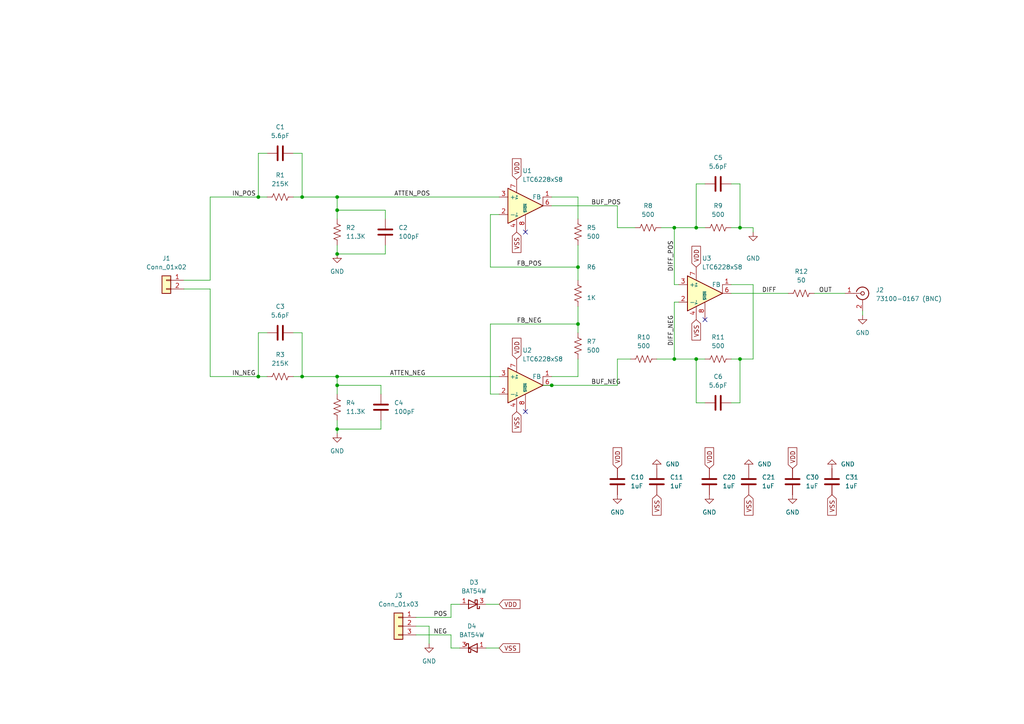
<source format=kicad_sch>
(kicad_sch (version 20211123) (generator eeschema)

  (uuid 9a11fc67-19c6-4215-b0fd-89668ea73e60)

  (paper "A4")

  (title_block
    (title "Differential Probe")
    (date "4/22/2023")
    (rev "A")
  )

  (lib_symbols
    (symbol "Amplifier_Operational:LTC6228xS8" (in_bom yes) (on_board yes)
      (property "Reference" "U" (id 0) (at 0 8.89 0)
        (effects (font (size 1.27 1.27)) (justify left))
      )
      (property "Value" "LTC6228xS8" (id 1) (at 0 6.35 0)
        (effects (font (size 1.27 1.27)) (justify left))
      )
      (property "Footprint" "Package_SO:SO-8_3.9x4.9mm_P1.27mm" (id 2) (at 0 -15.24 0)
        (effects (font (size 1.27 1.27)) hide)
      )
      (property "Datasheet" "https://www.analog.com/media/en/technical-documentation/data-sheets/LTC6228-6229.pdf" (id 3) (at 0 0 0)
        (effects (font (size 1.27 1.27)) hide)
      )
      (property "ki_keywords" "single opamp" (id 4) (at 0 0 0)
        (effects (font (size 1.27 1.27)) hide)
      )
      (property "ki_description" "Low Distortion Rail-to-Rail Output Op Amp with Shutdown, SO-8" (id 5) (at 0 0 0)
        (effects (font (size 1.27 1.27)) hide)
      )
      (property "ki_fp_filters" "SO*3.9x4.9mm*P1.27mm*" (id 6) (at 0 0 0)
        (effects (font (size 1.27 1.27)) hide)
      )
      (symbol "LTC6228xS8_0_1"
        (polyline
          (pts
            (xy 5.08 0)
            (xy 5.08 2.54)
          )
          (stroke (width 0.1524) (type default) (color 0 0 0 0))
          (fill (type none))
        )
        (polyline
          (pts
            (xy 5.08 0)
            (xy -5.08 5.08)
            (xy -5.08 -5.08)
            (xy 5.08 0)
          )
          (stroke (width 0.254) (type default) (color 0 0 0 0))
          (fill (type background))
        )
      )
      (symbol "LTC6228xS8_1_1"
        (pin output line (at 7.62 2.54 180) (length 2.54)
          (name "FB" (effects (font (size 1.27 1.27))))
          (number "1" (effects (font (size 1.27 1.27))))
        )
        (pin input line (at -7.62 -2.54 0) (length 2.54)
          (name "-" (effects (font (size 1.27 1.27))))
          (number "2" (effects (font (size 1.27 1.27))))
        )
        (pin input line (at -7.62 2.54 0) (length 2.54)
          (name "+" (effects (font (size 1.27 1.27))))
          (number "3" (effects (font (size 1.27 1.27))))
        )
        (pin power_in line (at -2.54 -7.62 90) (length 3.81)
          (name "V-" (effects (font (size 0.635 0.635))))
          (number "4" (effects (font (size 1.27 1.27))))
        )
        (pin passive line (at -2.54 -7.62 90) (length 3.81) hide
          (name "V-" (effects (font (size 0.635 0.635))))
          (number "5" (effects (font (size 1.27 1.27))))
        )
        (pin output line (at 7.62 0 180) (length 2.54)
          (name "~" (effects (font (size 1.27 1.27))))
          (number "6" (effects (font (size 1.27 1.27))))
        )
        (pin power_in line (at -2.54 7.62 270) (length 3.81)
          (name "V+" (effects (font (size 0.635 0.635))))
          (number "7" (effects (font (size 1.27 1.27))))
        )
        (pin input line (at 0 -7.62 90) (length 5.08)
          (name "~{SHDN}" (effects (font (size 0.635 0.635))))
          (number "8" (effects (font (size 1.27 1.27))))
        )
      )
    )
    (symbol "Connector:Conn_Coaxial" (pin_names (offset 1.016) hide) (in_bom yes) (on_board yes)
      (property "Reference" "J" (id 0) (at 0.254 3.048 0)
        (effects (font (size 1.27 1.27)))
      )
      (property "Value" "Conn_Coaxial" (id 1) (at 2.921 0 90)
        (effects (font (size 1.27 1.27)))
      )
      (property "Footprint" "" (id 2) (at 0 0 0)
        (effects (font (size 1.27 1.27)) hide)
      )
      (property "Datasheet" " ~" (id 3) (at 0 0 0)
        (effects (font (size 1.27 1.27)) hide)
      )
      (property "ki_keywords" "BNC SMA SMB SMC LEMO coaxial connector CINCH RCA" (id 4) (at 0 0 0)
        (effects (font (size 1.27 1.27)) hide)
      )
      (property "ki_description" "coaxial connector (BNC, SMA, SMB, SMC, Cinch/RCA, LEMO, ...)" (id 5) (at 0 0 0)
        (effects (font (size 1.27 1.27)) hide)
      )
      (property "ki_fp_filters" "*BNC* *SMA* *SMB* *SMC* *Cinch* *LEMO*" (id 6) (at 0 0 0)
        (effects (font (size 1.27 1.27)) hide)
      )
      (symbol "Conn_Coaxial_0_1"
        (arc (start -1.778 -0.508) (mid 0.2311 -1.8066) (end 1.778 0)
          (stroke (width 0.254) (type default) (color 0 0 0 0))
          (fill (type none))
        )
        (polyline
          (pts
            (xy -2.54 0)
            (xy -0.508 0)
          )
          (stroke (width 0) (type default) (color 0 0 0 0))
          (fill (type none))
        )
        (polyline
          (pts
            (xy 0 -2.54)
            (xy 0 -1.778)
          )
          (stroke (width 0) (type default) (color 0 0 0 0))
          (fill (type none))
        )
        (circle (center 0 0) (radius 0.508)
          (stroke (width 0.2032) (type default) (color 0 0 0 0))
          (fill (type none))
        )
        (arc (start 1.778 0) (mid 0.2099 1.8101) (end -1.778 0.508)
          (stroke (width 0.254) (type default) (color 0 0 0 0))
          (fill (type none))
        )
      )
      (symbol "Conn_Coaxial_1_1"
        (pin passive line (at -5.08 0 0) (length 2.54)
          (name "In" (effects (font (size 1.27 1.27))))
          (number "1" (effects (font (size 1.27 1.27))))
        )
        (pin passive line (at 0 -5.08 90) (length 2.54)
          (name "Ext" (effects (font (size 1.27 1.27))))
          (number "2" (effects (font (size 1.27 1.27))))
        )
      )
    )
    (symbol "Connector_Generic:Conn_01x02" (pin_names (offset 1.016) hide) (in_bom yes) (on_board yes)
      (property "Reference" "J" (id 0) (at 0 2.54 0)
        (effects (font (size 1.27 1.27)))
      )
      (property "Value" "Conn_01x02" (id 1) (at 0 -5.08 0)
        (effects (font (size 1.27 1.27)))
      )
      (property "Footprint" "" (id 2) (at 0 0 0)
        (effects (font (size 1.27 1.27)) hide)
      )
      (property "Datasheet" "~" (id 3) (at 0 0 0)
        (effects (font (size 1.27 1.27)) hide)
      )
      (property "ki_keywords" "connector" (id 4) (at 0 0 0)
        (effects (font (size 1.27 1.27)) hide)
      )
      (property "ki_description" "Generic connector, single row, 01x02, script generated (kicad-library-utils/schlib/autogen/connector/)" (id 5) (at 0 0 0)
        (effects (font (size 1.27 1.27)) hide)
      )
      (property "ki_fp_filters" "Connector*:*_1x??_*" (id 6) (at 0 0 0)
        (effects (font (size 1.27 1.27)) hide)
      )
      (symbol "Conn_01x02_1_1"
        (rectangle (start -1.27 -2.413) (end 0 -2.667)
          (stroke (width 0.1524) (type default) (color 0 0 0 0))
          (fill (type none))
        )
        (rectangle (start -1.27 0.127) (end 0 -0.127)
          (stroke (width 0.1524) (type default) (color 0 0 0 0))
          (fill (type none))
        )
        (rectangle (start -1.27 1.27) (end 1.27 -3.81)
          (stroke (width 0.254) (type default) (color 0 0 0 0))
          (fill (type background))
        )
        (pin passive line (at -5.08 0 0) (length 3.81)
          (name "Pin_1" (effects (font (size 1.27 1.27))))
          (number "1" (effects (font (size 1.27 1.27))))
        )
        (pin passive line (at -5.08 -2.54 0) (length 3.81)
          (name "Pin_2" (effects (font (size 1.27 1.27))))
          (number "2" (effects (font (size 1.27 1.27))))
        )
      )
    )
    (symbol "Connector_Generic:Conn_01x03" (pin_names (offset 1.016) hide) (in_bom yes) (on_board yes)
      (property "Reference" "J" (id 0) (at 0 5.08 0)
        (effects (font (size 1.27 1.27)))
      )
      (property "Value" "Conn_01x03" (id 1) (at 0 -5.08 0)
        (effects (font (size 1.27 1.27)))
      )
      (property "Footprint" "" (id 2) (at 0 0 0)
        (effects (font (size 1.27 1.27)) hide)
      )
      (property "Datasheet" "~" (id 3) (at 0 0 0)
        (effects (font (size 1.27 1.27)) hide)
      )
      (property "ki_keywords" "connector" (id 4) (at 0 0 0)
        (effects (font (size 1.27 1.27)) hide)
      )
      (property "ki_description" "Generic connector, single row, 01x03, script generated (kicad-library-utils/schlib/autogen/connector/)" (id 5) (at 0 0 0)
        (effects (font (size 1.27 1.27)) hide)
      )
      (property "ki_fp_filters" "Connector*:*_1x??_*" (id 6) (at 0 0 0)
        (effects (font (size 1.27 1.27)) hide)
      )
      (symbol "Conn_01x03_1_1"
        (rectangle (start -1.27 -2.413) (end 0 -2.667)
          (stroke (width 0.1524) (type default) (color 0 0 0 0))
          (fill (type none))
        )
        (rectangle (start -1.27 0.127) (end 0 -0.127)
          (stroke (width 0.1524) (type default) (color 0 0 0 0))
          (fill (type none))
        )
        (rectangle (start -1.27 2.667) (end 0 2.413)
          (stroke (width 0.1524) (type default) (color 0 0 0 0))
          (fill (type none))
        )
        (rectangle (start -1.27 3.81) (end 1.27 -3.81)
          (stroke (width 0.254) (type default) (color 0 0 0 0))
          (fill (type background))
        )
        (pin passive line (at -5.08 2.54 0) (length 3.81)
          (name "Pin_1" (effects (font (size 1.27 1.27))))
          (number "1" (effects (font (size 1.27 1.27))))
        )
        (pin passive line (at -5.08 0 0) (length 3.81)
          (name "Pin_2" (effects (font (size 1.27 1.27))))
          (number "2" (effects (font (size 1.27 1.27))))
        )
        (pin passive line (at -5.08 -2.54 0) (length 3.81)
          (name "Pin_3" (effects (font (size 1.27 1.27))))
          (number "3" (effects (font (size 1.27 1.27))))
        )
      )
    )
    (symbol "Device:C" (pin_numbers hide) (pin_names (offset 0.254)) (in_bom yes) (on_board yes)
      (property "Reference" "C" (id 0) (at 0.635 2.54 0)
        (effects (font (size 1.27 1.27)) (justify left))
      )
      (property "Value" "C" (id 1) (at 0.635 -2.54 0)
        (effects (font (size 1.27 1.27)) (justify left))
      )
      (property "Footprint" "" (id 2) (at 0.9652 -3.81 0)
        (effects (font (size 1.27 1.27)) hide)
      )
      (property "Datasheet" "~" (id 3) (at 0 0 0)
        (effects (font (size 1.27 1.27)) hide)
      )
      (property "ki_keywords" "cap capacitor" (id 4) (at 0 0 0)
        (effects (font (size 1.27 1.27)) hide)
      )
      (property "ki_description" "Unpolarized capacitor" (id 5) (at 0 0 0)
        (effects (font (size 1.27 1.27)) hide)
      )
      (property "ki_fp_filters" "C_*" (id 6) (at 0 0 0)
        (effects (font (size 1.27 1.27)) hide)
      )
      (symbol "C_0_1"
        (polyline
          (pts
            (xy -2.032 -0.762)
            (xy 2.032 -0.762)
          )
          (stroke (width 0.508) (type default) (color 0 0 0 0))
          (fill (type none))
        )
        (polyline
          (pts
            (xy -2.032 0.762)
            (xy 2.032 0.762)
          )
          (stroke (width 0.508) (type default) (color 0 0 0 0))
          (fill (type none))
        )
      )
      (symbol "C_1_1"
        (pin passive line (at 0 3.81 270) (length 2.794)
          (name "~" (effects (font (size 1.27 1.27))))
          (number "1" (effects (font (size 1.27 1.27))))
        )
        (pin passive line (at 0 -3.81 90) (length 2.794)
          (name "~" (effects (font (size 1.27 1.27))))
          (number "2" (effects (font (size 1.27 1.27))))
        )
      )
    )
    (symbol "Device:R_US" (pin_numbers hide) (pin_names (offset 0)) (in_bom yes) (on_board yes)
      (property "Reference" "R" (id 0) (at 2.54 0 90)
        (effects (font (size 1.27 1.27)))
      )
      (property "Value" "R_US" (id 1) (at -2.54 0 90)
        (effects (font (size 1.27 1.27)))
      )
      (property "Footprint" "" (id 2) (at 1.016 -0.254 90)
        (effects (font (size 1.27 1.27)) hide)
      )
      (property "Datasheet" "~" (id 3) (at 0 0 0)
        (effects (font (size 1.27 1.27)) hide)
      )
      (property "ki_keywords" "R res resistor" (id 4) (at 0 0 0)
        (effects (font (size 1.27 1.27)) hide)
      )
      (property "ki_description" "Resistor, US symbol" (id 5) (at 0 0 0)
        (effects (font (size 1.27 1.27)) hide)
      )
      (property "ki_fp_filters" "R_*" (id 6) (at 0 0 0)
        (effects (font (size 1.27 1.27)) hide)
      )
      (symbol "R_US_0_1"
        (polyline
          (pts
            (xy 0 -2.286)
            (xy 0 -2.54)
          )
          (stroke (width 0) (type default) (color 0 0 0 0))
          (fill (type none))
        )
        (polyline
          (pts
            (xy 0 2.286)
            (xy 0 2.54)
          )
          (stroke (width 0) (type default) (color 0 0 0 0))
          (fill (type none))
        )
        (polyline
          (pts
            (xy 0 -0.762)
            (xy 1.016 -1.143)
            (xy 0 -1.524)
            (xy -1.016 -1.905)
            (xy 0 -2.286)
          )
          (stroke (width 0) (type default) (color 0 0 0 0))
          (fill (type none))
        )
        (polyline
          (pts
            (xy 0 0.762)
            (xy 1.016 0.381)
            (xy 0 0)
            (xy -1.016 -0.381)
            (xy 0 -0.762)
          )
          (stroke (width 0) (type default) (color 0 0 0 0))
          (fill (type none))
        )
        (polyline
          (pts
            (xy 0 2.286)
            (xy 1.016 1.905)
            (xy 0 1.524)
            (xy -1.016 1.143)
            (xy 0 0.762)
          )
          (stroke (width 0) (type default) (color 0 0 0 0))
          (fill (type none))
        )
      )
      (symbol "R_US_1_1"
        (pin passive line (at 0 3.81 270) (length 1.27)
          (name "~" (effects (font (size 1.27 1.27))))
          (number "1" (effects (font (size 1.27 1.27))))
        )
        (pin passive line (at 0 -3.81 90) (length 1.27)
          (name "~" (effects (font (size 1.27 1.27))))
          (number "2" (effects (font (size 1.27 1.27))))
        )
      )
    )
    (symbol "Diode:BAT54W" (pin_names (offset 1.016) hide) (in_bom yes) (on_board yes)
      (property "Reference" "D" (id 0) (at 0 2.54 0)
        (effects (font (size 1.27 1.27)))
      )
      (property "Value" "BAT54W" (id 1) (at 0 -2.54 0)
        (effects (font (size 1.27 1.27)))
      )
      (property "Footprint" "Package_TO_SOT_SMD:SOT-323_SC-70" (id 2) (at 0 -4.445 0)
        (effects (font (size 1.27 1.27)) hide)
      )
      (property "Datasheet" "https://assets.nexperia.com/documents/data-sheet/BAT54W_SER.pdf" (id 3) (at 0 0 0)
        (effects (font (size 1.27 1.27)) hide)
      )
      (property "ki_keywords" "schottky diode" (id 4) (at 0 0 0)
        (effects (font (size 1.27 1.27)) hide)
      )
      (property "ki_description" "Schottky barrier diode, SOT-323" (id 5) (at 0 0 0)
        (effects (font (size 1.27 1.27)) hide)
      )
      (property "ki_fp_filters" "SOT?323*" (id 6) (at 0 0 0)
        (effects (font (size 1.27 1.27)) hide)
      )
      (symbol "BAT54W_0_1"
        (polyline
          (pts
            (xy 1.27 0)
            (xy -1.27 0)
          )
          (stroke (width 0) (type default) (color 0 0 0 0))
          (fill (type none))
        )
        (polyline
          (pts
            (xy 1.27 1.27)
            (xy 1.27 -1.27)
            (xy -1.27 0)
            (xy 1.27 1.27)
          )
          (stroke (width 0.254) (type default) (color 0 0 0 0))
          (fill (type none))
        )
        (polyline
          (pts
            (xy -1.905 0.635)
            (xy -1.905 1.27)
            (xy -1.27 1.27)
            (xy -1.27 -1.27)
            (xy -0.635 -1.27)
            (xy -0.635 -0.635)
          )
          (stroke (width 0.254) (type default) (color 0 0 0 0))
          (fill (type none))
        )
      )
      (symbol "BAT54W_1_1"
        (pin passive line (at 3.81 0 180) (length 2.54)
          (name "A" (effects (font (size 1.27 1.27))))
          (number "1" (effects (font (size 1.27 1.27))))
        )
        (pin no_connect line (at 0 0 90) (length 2.54) hide
          (name "NC" (effects (font (size 1.27 1.27))))
          (number "2" (effects (font (size 1.27 1.27))))
        )
        (pin passive line (at -3.81 0 0) (length 2.54)
          (name "K" (effects (font (size 1.27 1.27))))
          (number "3" (effects (font (size 1.27 1.27))))
        )
      )
    )
    (symbol "power:GND" (power) (pin_names (offset 0)) (in_bom yes) (on_board yes)
      (property "Reference" "#PWR" (id 0) (at 0 -6.35 0)
        (effects (font (size 1.27 1.27)) hide)
      )
      (property "Value" "GND" (id 1) (at 0 -3.81 0)
        (effects (font (size 1.27 1.27)))
      )
      (property "Footprint" "" (id 2) (at 0 0 0)
        (effects (font (size 1.27 1.27)) hide)
      )
      (property "Datasheet" "" (id 3) (at 0 0 0)
        (effects (font (size 1.27 1.27)) hide)
      )
      (property "ki_keywords" "global power" (id 4) (at 0 0 0)
        (effects (font (size 1.27 1.27)) hide)
      )
      (property "ki_description" "Power symbol creates a global label with name \"GND\" , ground" (id 5) (at 0 0 0)
        (effects (font (size 1.27 1.27)) hide)
      )
      (symbol "GND_0_1"
        (polyline
          (pts
            (xy 0 0)
            (xy 0 -1.27)
            (xy 1.27 -1.27)
            (xy 0 -2.54)
            (xy -1.27 -1.27)
            (xy 0 -1.27)
          )
          (stroke (width 0) (type default) (color 0 0 0 0))
          (fill (type none))
        )
      )
      (symbol "GND_1_1"
        (pin power_in line (at 0 0 270) (length 0) hide
          (name "GND" (effects (font (size 1.27 1.27))))
          (number "1" (effects (font (size 1.27 1.27))))
        )
      )
    )
  )

  (junction (at 97.79 73.66) (diameter 0) (color 0 0 0 0)
    (uuid 0d330a56-61a7-4d0d-ba71-1b5bf1251f4a)
  )
  (junction (at 97.79 57.15) (diameter 0) (color 0 0 0 0)
    (uuid 10eaf024-3b96-4ae3-b943-f5e53f8e5c62)
  )
  (junction (at 74.93 109.22) (diameter 0) (color 0 0 0 0)
    (uuid 22eca664-7c07-4b53-a8aa-775496e15fcb)
  )
  (junction (at 97.79 60.96) (diameter 0) (color 0 0 0 0)
    (uuid 3c27f220-932b-4382-8214-66e1868a162c)
  )
  (junction (at 195.58 104.14) (diameter 0) (color 0 0 0 0)
    (uuid 4173881e-7b77-4267-8665-02fd22b63c12)
  )
  (junction (at 201.93 66.04) (diameter 0) (color 0 0 0 0)
    (uuid 45f226e2-3eb8-4990-b2f4-351bb86ee048)
  )
  (junction (at 201.93 104.14) (diameter 0) (color 0 0 0 0)
    (uuid 53fb3d18-bdef-4601-80ba-3610055dc4de)
  )
  (junction (at 214.63 104.14) (diameter 0) (color 0 0 0 0)
    (uuid 5e132386-b70b-4eb3-b323-eaf0105bb0c0)
  )
  (junction (at 97.79 124.46) (diameter 0) (color 0 0 0 0)
    (uuid 7b364323-c087-4182-bc4f-2c4e17744c7d)
  )
  (junction (at 87.63 109.22) (diameter 0) (color 0 0 0 0)
    (uuid 7bc9a9b3-c90a-4162-a991-1c730fccb157)
  )
  (junction (at 87.63 57.15) (diameter 0) (color 0 0 0 0)
    (uuid 8d427974-72ae-463d-95a1-2971755aab7b)
  )
  (junction (at 160.02 111.76) (diameter 0) (color 0 0 0 0)
    (uuid 8df61547-6dc7-4709-8319-15b9b97908a8)
  )
  (junction (at 167.64 93.98) (diameter 0) (color 0 0 0 0)
    (uuid 9407caa6-995c-4a48-a0e5-d6440319e68b)
  )
  (junction (at 74.93 57.15) (diameter 0) (color 0 0 0 0)
    (uuid b7698ca3-7229-418f-8988-67f5fba2c3ce)
  )
  (junction (at 195.58 66.04) (diameter 0) (color 0 0 0 0)
    (uuid bd9da97a-1fee-4721-8302-3f3c7b3d2b86)
  )
  (junction (at 167.64 77.47) (diameter 0) (color 0 0 0 0)
    (uuid e6117eb0-eaf4-4dca-96e5-485024c72e3b)
  )
  (junction (at 214.63 66.04) (diameter 0) (color 0 0 0 0)
    (uuid ef513209-379d-4079-beab-9b318fe3d1ec)
  )
  (junction (at 97.79 111.76) (diameter 0) (color 0 0 0 0)
    (uuid f9059279-7142-4455-ba44-999108c7181b)
  )
  (junction (at 97.79 109.22) (diameter 0) (color 0 0 0 0)
    (uuid fa14dffe-af24-4f63-9bb8-69f05109590d)
  )

  (no_connect (at 152.4 67.31) (uuid 77fe483f-3547-4bcf-95f1-64502dd2e8fa))
  (no_connect (at 204.47 92.71) (uuid d7a24d4f-d2c8-4f9b-ac05-10039539f770))
  (no_connect (at 152.4 119.38) (uuid f1ffd5b9-8f07-483d-bcb7-3069848642b2))

  (wire (pts (xy 97.79 121.92) (xy 97.79 124.46))
    (stroke (width 0) (type default) (color 0 0 0 0))
    (uuid 01251b7a-9ea5-4d9b-bbcf-2e60cfdfa302)
  )
  (wire (pts (xy 250.19 90.17) (xy 250.19 91.44))
    (stroke (width 0) (type default) (color 0 0 0 0))
    (uuid 0141645c-538f-4088-9895-c5c6785e0fd0)
  )
  (wire (pts (xy 60.96 81.28) (xy 60.96 57.15))
    (stroke (width 0) (type default) (color 0 0 0 0))
    (uuid 01c9faa5-4f0c-4ff0-97bc-847b582d80e7)
  )
  (wire (pts (xy 167.64 77.47) (xy 167.64 81.28))
    (stroke (width 0) (type default) (color 0 0 0 0))
    (uuid 029d2aa8-279b-4b92-806d-5f69efbcb934)
  )
  (wire (pts (xy 214.63 66.04) (xy 218.44 66.04))
    (stroke (width 0) (type default) (color 0 0 0 0))
    (uuid 04f1e3af-dd59-47cc-a2a4-9431cd5d7062)
  )
  (wire (pts (xy 120.65 179.07) (xy 130.81 179.07))
    (stroke (width 0) (type default) (color 0 0 0 0))
    (uuid 07266713-62c5-4e91-90ad-15064bf89c30)
  )
  (wire (pts (xy 60.96 83.82) (xy 60.96 109.22))
    (stroke (width 0) (type default) (color 0 0 0 0))
    (uuid 097b4b26-4015-4434-bbd1-1174a70172ac)
  )
  (wire (pts (xy 167.64 71.12) (xy 167.64 77.47))
    (stroke (width 0) (type default) (color 0 0 0 0))
    (uuid 0cc311d4-dce1-479d-ad79-a0d29df4181d)
  )
  (wire (pts (xy 179.07 104.14) (xy 182.88 104.14))
    (stroke (width 0) (type default) (color 0 0 0 0))
    (uuid 0d139713-1c1d-4ce8-9934-2a2221fe4f60)
  )
  (wire (pts (xy 190.5 104.14) (xy 195.58 104.14))
    (stroke (width 0) (type default) (color 0 0 0 0))
    (uuid 10d963ec-c440-46a6-a216-26fdf0c8b4cc)
  )
  (wire (pts (xy 167.64 93.98) (xy 167.64 96.52))
    (stroke (width 0) (type default) (color 0 0 0 0))
    (uuid 1392501b-cbb3-4a60-9ce4-87a9b199a664)
  )
  (wire (pts (xy 195.58 66.04) (xy 201.93 66.04))
    (stroke (width 0) (type default) (color 0 0 0 0))
    (uuid 13cdf543-cfdd-4928-8c66-282934fd25dd)
  )
  (wire (pts (xy 74.93 109.22) (xy 77.47 109.22))
    (stroke (width 0) (type default) (color 0 0 0 0))
    (uuid 16feb928-bc0c-424d-8855-2679e2251689)
  )
  (wire (pts (xy 53.34 83.82) (xy 60.96 83.82))
    (stroke (width 0) (type default) (color 0 0 0 0))
    (uuid 1b590443-6005-448f-a281-23bb4b867e33)
  )
  (wire (pts (xy 124.46 181.61) (xy 124.46 186.69))
    (stroke (width 0) (type default) (color 0 0 0 0))
    (uuid 22abb7cf-c2b2-470d-aca8-b5302cbed734)
  )
  (wire (pts (xy 160.02 109.22) (xy 167.64 109.22))
    (stroke (width 0) (type default) (color 0 0 0 0))
    (uuid 22c8bf5b-ed82-478d-991b-0a112dd89dcd)
  )
  (wire (pts (xy 212.09 82.55) (xy 218.44 82.55))
    (stroke (width 0) (type default) (color 0 0 0 0))
    (uuid 26c7cd1e-3de8-4971-b3d2-c284fe849a94)
  )
  (wire (pts (xy 120.65 181.61) (xy 124.46 181.61))
    (stroke (width 0) (type default) (color 0 0 0 0))
    (uuid 276767a0-03d4-4fdd-8f49-70b64c26e849)
  )
  (wire (pts (xy 201.93 53.34) (xy 201.93 66.04))
    (stroke (width 0) (type default) (color 0 0 0 0))
    (uuid 2aead125-e4dd-431e-8237-97180464d902)
  )
  (wire (pts (xy 191.77 66.04) (xy 195.58 66.04))
    (stroke (width 0) (type default) (color 0 0 0 0))
    (uuid 301a518a-43b5-454b-b1a7-71697c9361d8)
  )
  (wire (pts (xy 160.02 59.69) (xy 179.07 59.69))
    (stroke (width 0) (type default) (color 0 0 0 0))
    (uuid 338583d8-b671-4b65-9bb6-1f3067a2f3bd)
  )
  (wire (pts (xy 74.93 96.52) (xy 74.93 109.22))
    (stroke (width 0) (type default) (color 0 0 0 0))
    (uuid 346e6a74-3bba-4fa0-8fa9-f103f2aa260b)
  )
  (wire (pts (xy 212.09 104.14) (xy 214.63 104.14))
    (stroke (width 0) (type default) (color 0 0 0 0))
    (uuid 34dad67f-9e15-4ad8-8a65-5ba5da631b81)
  )
  (wire (pts (xy 212.09 53.34) (xy 214.63 53.34))
    (stroke (width 0) (type default) (color 0 0 0 0))
    (uuid 356b09bb-2d73-4315-9224-a0aa8df3152d)
  )
  (wire (pts (xy 195.58 104.14) (xy 201.93 104.14))
    (stroke (width 0) (type default) (color 0 0 0 0))
    (uuid 361e322c-7617-4768-b780-43c909452d1c)
  )
  (wire (pts (xy 97.79 57.15) (xy 97.79 60.96))
    (stroke (width 0) (type default) (color 0 0 0 0))
    (uuid 36932937-c25f-46dd-9fbf-af6d572be073)
  )
  (wire (pts (xy 130.81 184.15) (xy 130.81 187.96))
    (stroke (width 0) (type default) (color 0 0 0 0))
    (uuid 391bafb3-5b2d-481f-a500-2cce2319f180)
  )
  (wire (pts (xy 111.76 71.12) (xy 111.76 73.66))
    (stroke (width 0) (type default) (color 0 0 0 0))
    (uuid 3924f9cd-ddb5-48d2-8e49-e83237b193b8)
  )
  (wire (pts (xy 87.63 44.45) (xy 87.63 57.15))
    (stroke (width 0) (type default) (color 0 0 0 0))
    (uuid 3c20d698-c16e-4466-bdf9-e7f032ae2333)
  )
  (wire (pts (xy 236.22 85.09) (xy 245.11 85.09))
    (stroke (width 0) (type default) (color 0 0 0 0))
    (uuid 422d139a-aeea-4138-80d3-c8c758c0a56d)
  )
  (wire (pts (xy 97.79 60.96) (xy 111.76 60.96))
    (stroke (width 0) (type default) (color 0 0 0 0))
    (uuid 44acf0b5-c814-4f9a-a0e9-0c145ed721e5)
  )
  (wire (pts (xy 201.93 66.04) (xy 204.47 66.04))
    (stroke (width 0) (type default) (color 0 0 0 0))
    (uuid 45115dd3-9b66-4ef3-9f71-0c033bd5ed88)
  )
  (wire (pts (xy 111.76 63.5) (xy 111.76 60.96))
    (stroke (width 0) (type default) (color 0 0 0 0))
    (uuid 4a4266c1-ebd2-4e5a-a035-c235f063dab8)
  )
  (wire (pts (xy 97.79 124.46) (xy 110.49 124.46))
    (stroke (width 0) (type default) (color 0 0 0 0))
    (uuid 4c8179a5-1a4b-4281-9cf6-7d9111b0b1e3)
  )
  (wire (pts (xy 142.24 114.3) (xy 144.78 114.3))
    (stroke (width 0) (type default) (color 0 0 0 0))
    (uuid 511e44ed-bb40-45a4-aac2-908e9dc0422d)
  )
  (wire (pts (xy 142.24 93.98) (xy 142.24 114.3))
    (stroke (width 0) (type default) (color 0 0 0 0))
    (uuid 578b0740-92b9-4cbd-8aff-0a95f6bd448a)
  )
  (wire (pts (xy 212.09 116.84) (xy 214.63 116.84))
    (stroke (width 0) (type default) (color 0 0 0 0))
    (uuid 5a0a9397-c72c-4e43-87f1-279894c1e5a7)
  )
  (wire (pts (xy 160.02 111.76) (xy 179.07 111.76))
    (stroke (width 0) (type default) (color 0 0 0 0))
    (uuid 5d7acf79-d3c1-4983-a67f-cd857ae50712)
  )
  (wire (pts (xy 97.79 57.15) (xy 144.78 57.15))
    (stroke (width 0) (type default) (color 0 0 0 0))
    (uuid 5e35ecfb-a578-4890-b618-28065beb9c6a)
  )
  (wire (pts (xy 74.93 44.45) (xy 77.47 44.45))
    (stroke (width 0) (type default) (color 0 0 0 0))
    (uuid 5e9d3ebd-bdf6-4196-bf0a-ddd0c8afd129)
  )
  (wire (pts (xy 140.97 175.26) (xy 144.78 175.26))
    (stroke (width 0) (type default) (color 0 0 0 0))
    (uuid 666f0582-517f-4d45-879c-b1e1a666037a)
  )
  (wire (pts (xy 160.02 57.15) (xy 167.64 57.15))
    (stroke (width 0) (type default) (color 0 0 0 0))
    (uuid 697f2a35-4fee-4a56-af19-d843f0e9aa6d)
  )
  (wire (pts (xy 97.79 60.96) (xy 97.79 63.5))
    (stroke (width 0) (type default) (color 0 0 0 0))
    (uuid 6a5f2f53-5272-43cd-b620-c868ba5a02f6)
  )
  (wire (pts (xy 179.07 111.76) (xy 179.07 104.14))
    (stroke (width 0) (type default) (color 0 0 0 0))
    (uuid 720da386-ea98-4ca0-88fe-20f58bdbd84b)
  )
  (wire (pts (xy 85.09 44.45) (xy 87.63 44.45))
    (stroke (width 0) (type default) (color 0 0 0 0))
    (uuid 758c54e8-d37c-44d0-9d6f-e88ddc94e9e4)
  )
  (wire (pts (xy 201.93 104.14) (xy 201.93 116.84))
    (stroke (width 0) (type default) (color 0 0 0 0))
    (uuid 782e6f94-374f-4fb1-8617-5ab5c849e734)
  )
  (wire (pts (xy 167.64 88.9) (xy 167.64 93.98))
    (stroke (width 0) (type default) (color 0 0 0 0))
    (uuid 78b284cc-b8eb-4945-9083-18a302177a64)
  )
  (wire (pts (xy 130.81 187.96) (xy 133.35 187.96))
    (stroke (width 0) (type default) (color 0 0 0 0))
    (uuid 78bca6ab-8af1-42c2-8a56-88422e2532e5)
  )
  (wire (pts (xy 204.47 116.84) (xy 201.93 116.84))
    (stroke (width 0) (type default) (color 0 0 0 0))
    (uuid 78d4665c-8d29-42d3-85ad-2701ec304b33)
  )
  (wire (pts (xy 157.48 111.76) (xy 160.02 111.76))
    (stroke (width 0) (type default) (color 0 0 0 0))
    (uuid 7a52897b-ff3c-403a-b64f-b68127f2eafd)
  )
  (wire (pts (xy 74.93 57.15) (xy 74.93 44.45))
    (stroke (width 0) (type default) (color 0 0 0 0))
    (uuid 7dcec612-1565-49af-95af-36108ad86d09)
  )
  (wire (pts (xy 214.63 104.14) (xy 214.63 116.84))
    (stroke (width 0) (type default) (color 0 0 0 0))
    (uuid 7e8eea3f-0d00-476c-a779-351eb46ef5f7)
  )
  (wire (pts (xy 87.63 57.15) (xy 97.79 57.15))
    (stroke (width 0) (type default) (color 0 0 0 0))
    (uuid 829d0c45-535e-4711-9735-f981e0a66eb0)
  )
  (wire (pts (xy 97.79 109.22) (xy 97.79 111.76))
    (stroke (width 0) (type default) (color 0 0 0 0))
    (uuid 843683d9-f756-4fb4-ba2d-0e5ff77f6bab)
  )
  (wire (pts (xy 212.09 66.04) (xy 214.63 66.04))
    (stroke (width 0) (type default) (color 0 0 0 0))
    (uuid 85725e71-af8f-46d9-8a61-c5145477bfb5)
  )
  (wire (pts (xy 167.64 57.15) (xy 167.64 63.5))
    (stroke (width 0) (type default) (color 0 0 0 0))
    (uuid 85e65244-0855-432e-9b43-cf694eaf43bc)
  )
  (wire (pts (xy 110.49 121.92) (xy 110.49 124.46))
    (stroke (width 0) (type default) (color 0 0 0 0))
    (uuid 8e6ed7fa-9c94-4d35-80a9-6a75a441b033)
  )
  (wire (pts (xy 179.07 59.69) (xy 179.07 66.04))
    (stroke (width 0) (type default) (color 0 0 0 0))
    (uuid 8edecc07-e687-451b-8ab1-d24e8f19307b)
  )
  (wire (pts (xy 60.96 109.22) (xy 74.93 109.22))
    (stroke (width 0) (type default) (color 0 0 0 0))
    (uuid 8ee6e95c-9a3c-4b45-853d-69e85a57987b)
  )
  (wire (pts (xy 214.63 104.14) (xy 218.44 104.14))
    (stroke (width 0) (type default) (color 0 0 0 0))
    (uuid 8f550367-3ffe-4f47-983d-05ecc5720271)
  )
  (wire (pts (xy 97.79 124.46) (xy 97.79 125.73))
    (stroke (width 0) (type default) (color 0 0 0 0))
    (uuid 93aeadc0-11a0-481a-95a8-98b99ca3975e)
  )
  (wire (pts (xy 142.24 62.23) (xy 144.78 62.23))
    (stroke (width 0) (type default) (color 0 0 0 0))
    (uuid 98afc89f-fcb9-4daf-8102-44e655c18e8d)
  )
  (wire (pts (xy 74.93 57.15) (xy 77.47 57.15))
    (stroke (width 0) (type default) (color 0 0 0 0))
    (uuid 9e54c6f0-d71e-4e0c-a071-9b2db96e66b0)
  )
  (wire (pts (xy 140.97 187.96) (xy 144.78 187.96))
    (stroke (width 0) (type default) (color 0 0 0 0))
    (uuid 9e9aafff-7813-4ea1-9a4d-6d92756ca532)
  )
  (wire (pts (xy 120.65 184.15) (xy 130.81 184.15))
    (stroke (width 0) (type default) (color 0 0 0 0))
    (uuid 9f74fa0e-73c0-4162-ae78-74e5d38efdfa)
  )
  (wire (pts (xy 195.58 66.04) (xy 195.58 82.55))
    (stroke (width 0) (type default) (color 0 0 0 0))
    (uuid a4eaa05f-13ad-4ab8-9a84-9c8f0b24debc)
  )
  (wire (pts (xy 97.79 109.22) (xy 144.78 109.22))
    (stroke (width 0) (type default) (color 0 0 0 0))
    (uuid a53fa3e7-1bdb-447e-b875-d42f29d6f60b)
  )
  (wire (pts (xy 77.47 96.52) (xy 74.93 96.52))
    (stroke (width 0) (type default) (color 0 0 0 0))
    (uuid a9d821c5-4bf2-485e-af39-79467ae9d7c7)
  )
  (wire (pts (xy 195.58 87.63) (xy 195.58 104.14))
    (stroke (width 0) (type default) (color 0 0 0 0))
    (uuid aec71e41-792f-4ffc-8d48-069a181a7bba)
  )
  (wire (pts (xy 130.81 179.07) (xy 130.81 175.26))
    (stroke (width 0) (type default) (color 0 0 0 0))
    (uuid af39b4fe-5329-4b5a-820a-14517581f206)
  )
  (wire (pts (xy 130.81 175.26) (xy 133.35 175.26))
    (stroke (width 0) (type default) (color 0 0 0 0))
    (uuid b155643c-d305-4e41-aaa3-9e432d4b9f68)
  )
  (wire (pts (xy 97.79 111.76) (xy 97.79 114.3))
    (stroke (width 0) (type default) (color 0 0 0 0))
    (uuid b1bde331-c6ce-4dfe-8719-72fdeec5eabb)
  )
  (wire (pts (xy 218.44 66.04) (xy 218.44 67.31))
    (stroke (width 0) (type default) (color 0 0 0 0))
    (uuid b4abd6df-2b21-4f4b-963c-2ae58ebfcc50)
  )
  (wire (pts (xy 201.93 104.14) (xy 204.47 104.14))
    (stroke (width 0) (type default) (color 0 0 0 0))
    (uuid b9ba3902-f1b4-423e-af2d-a09ea3ecc573)
  )
  (wire (pts (xy 97.79 71.12) (xy 97.79 73.66))
    (stroke (width 0) (type default) (color 0 0 0 0))
    (uuid bc2a2eae-7ee3-41b5-9537-91328f0c8e4a)
  )
  (wire (pts (xy 85.09 57.15) (xy 87.63 57.15))
    (stroke (width 0) (type default) (color 0 0 0 0))
    (uuid be8a2c40-36ae-4ec5-a715-0e2c6251530e)
  )
  (wire (pts (xy 74.93 57.15) (xy 60.96 57.15))
    (stroke (width 0) (type default) (color 0 0 0 0))
    (uuid c11008de-2a84-4f1d-8b9e-1d7374ef8d4f)
  )
  (wire (pts (xy 204.47 53.34) (xy 201.93 53.34))
    (stroke (width 0) (type default) (color 0 0 0 0))
    (uuid c5c27193-3362-428a-8c50-882b51e26e51)
  )
  (wire (pts (xy 110.49 114.3) (xy 110.49 111.76))
    (stroke (width 0) (type default) (color 0 0 0 0))
    (uuid c770b118-225d-44b3-a742-c3df3ef8527e)
  )
  (wire (pts (xy 142.24 77.47) (xy 142.24 62.23))
    (stroke (width 0) (type default) (color 0 0 0 0))
    (uuid c831e820-df9a-49f2-b9db-8e700f507a74)
  )
  (wire (pts (xy 87.63 109.22) (xy 97.79 109.22))
    (stroke (width 0) (type default) (color 0 0 0 0))
    (uuid c89472d1-d6a7-4c77-b6c8-06bfb0db06b6)
  )
  (wire (pts (xy 179.07 66.04) (xy 184.15 66.04))
    (stroke (width 0) (type default) (color 0 0 0 0))
    (uuid c9504f73-7556-4e56-9351-3f02eb42ea6a)
  )
  (wire (pts (xy 85.09 109.22) (xy 87.63 109.22))
    (stroke (width 0) (type default) (color 0 0 0 0))
    (uuid ca5f6016-fc78-455c-bb44-d9276b29ef01)
  )
  (wire (pts (xy 167.64 77.47) (xy 142.24 77.47))
    (stroke (width 0) (type default) (color 0 0 0 0))
    (uuid cad9a188-6082-44cf-901b-3518e8799e96)
  )
  (wire (pts (xy 142.24 93.98) (xy 167.64 93.98))
    (stroke (width 0) (type default) (color 0 0 0 0))
    (uuid d111d68f-e41d-47cc-982b-0a390b9e987d)
  )
  (wire (pts (xy 97.79 111.76) (xy 110.49 111.76))
    (stroke (width 0) (type default) (color 0 0 0 0))
    (uuid d1644137-bb4b-44ec-9be2-425c9b738f4a)
  )
  (wire (pts (xy 214.63 53.34) (xy 214.63 66.04))
    (stroke (width 0) (type default) (color 0 0 0 0))
    (uuid d337f7fb-3358-4a30-99f8-366e206e21a3)
  )
  (wire (pts (xy 111.76 73.66) (xy 97.79 73.66))
    (stroke (width 0) (type default) (color 0 0 0 0))
    (uuid d425d5ce-e15b-4145-935a-0325ca5a6c44)
  )
  (wire (pts (xy 87.63 96.52) (xy 87.63 109.22))
    (stroke (width 0) (type default) (color 0 0 0 0))
    (uuid d7d32a34-4e06-4d81-9782-3a961e847b4d)
  )
  (wire (pts (xy 212.09 85.09) (xy 228.6 85.09))
    (stroke (width 0) (type default) (color 0 0 0 0))
    (uuid e991920c-82a7-41b7-923f-6ac2ff391d71)
  )
  (wire (pts (xy 53.34 81.28) (xy 60.96 81.28))
    (stroke (width 0) (type default) (color 0 0 0 0))
    (uuid eb87919b-0746-4c00-bba9-0a67d086185e)
  )
  (wire (pts (xy 85.09 96.52) (xy 87.63 96.52))
    (stroke (width 0) (type default) (color 0 0 0 0))
    (uuid ef549154-77c4-4470-80eb-c13ceb7b581e)
  )
  (wire (pts (xy 167.64 104.14) (xy 167.64 109.22))
    (stroke (width 0) (type default) (color 0 0 0 0))
    (uuid f16c9476-1efb-4fd7-8b87-197e04095a61)
  )
  (wire (pts (xy 196.85 82.55) (xy 195.58 82.55))
    (stroke (width 0) (type default) (color 0 0 0 0))
    (uuid f4593765-0a1f-4e0c-81cc-c3e75f21ef1f)
  )
  (wire (pts (xy 195.58 87.63) (xy 196.85 87.63))
    (stroke (width 0) (type default) (color 0 0 0 0))
    (uuid f6b02aa2-de7e-48b8-8962-3c05056175d3)
  )
  (wire (pts (xy 218.44 104.14) (xy 218.44 82.55))
    (stroke (width 0) (type default) (color 0 0 0 0))
    (uuid faf55242-b2c0-4ef3-b5f8-686593d491e5)
  )

  (label "FB_NEG" (at 149.86 93.98 0)
    (effects (font (size 1.27 1.27)) (justify left bottom))
    (uuid 03c32388-2997-409d-8cd2-a96d54d90d53)
  )
  (label "ATTEN_POS" (at 114.3 57.15 0)
    (effects (font (size 1.27 1.27)) (justify left bottom))
    (uuid 188de3b1-b61d-4567-8d54-0247961d8d91)
  )
  (label "ATTEN_NEG" (at 113.03 109.22 0)
    (effects (font (size 1.27 1.27)) (justify left bottom))
    (uuid 1bf39f97-be1b-4b00-abf8-f912c1a374ed)
  )
  (label "OUT" (at 237.49 85.09 0)
    (effects (font (size 1.27 1.27)) (justify left bottom))
    (uuid 3ddbf5fd-6052-4127-9e44-1078d4ee6207)
  )
  (label "DIFF" (at 220.98 85.09 0)
    (effects (font (size 1.27 1.27)) (justify left bottom))
    (uuid 42296444-5079-4596-a28a-ab216612507e)
  )
  (label "BUF_NEG" (at 171.45 111.76 0)
    (effects (font (size 1.27 1.27)) (justify left bottom))
    (uuid 44ba0728-824e-43c0-bade-cd27ca4582e1)
  )
  (label "DIFF_NEG" (at 195.58 100.33 90)
    (effects (font (size 1.27 1.27)) (justify left bottom))
    (uuid 4e7b337b-5e7f-4337-b25b-641f7b73bc26)
  )
  (label "BUF_POS" (at 171.45 59.69 0)
    (effects (font (size 1.27 1.27)) (justify left bottom))
    (uuid 66dc930c-e105-46a2-9841-b6d048eebca1)
  )
  (label "NEG" (at 125.73 184.15 0)
    (effects (font (size 1.27 1.27)) (justify left bottom))
    (uuid 7ee25627-0a0b-40d8-bde2-3a47faa5015a)
  )
  (label "POS" (at 125.73 179.07 0)
    (effects (font (size 1.27 1.27)) (justify left bottom))
    (uuid 9031c9a3-b3d0-4573-91f3-da5a0661f25a)
  )
  (label "IN_POS" (at 67.31 57.15 0)
    (effects (font (size 1.27 1.27)) (justify left bottom))
    (uuid a95e1609-b047-4f0b-ae83-974e2c44e95c)
  )
  (label "DIFF_POS" (at 195.58 78.74 90)
    (effects (font (size 1.27 1.27)) (justify left bottom))
    (uuid b004a9d1-8f85-4af7-b384-ac3d7793e2c7)
  )
  (label "FB_POS" (at 149.86 77.47 0)
    (effects (font (size 1.27 1.27)) (justify left bottom))
    (uuid da40b1a9-6be5-44f3-b7b2-9f71df2bab73)
  )
  (label "IN_NEG" (at 67.31 109.22 0)
    (effects (font (size 1.27 1.27)) (justify left bottom))
    (uuid f925f0ab-109b-43d0-bdac-f793927accad)
  )

  (global_label "VDD" (shape input) (at 149.86 52.07 90) (fields_autoplaced)
    (effects (font (size 1.27 1.27)) (justify left))
    (uuid 135e3b05-33bd-42d0-b0f3-011f99b39039)
    (property "Intersheet References" "${INTERSHEET_REFS}" (id 0) (at 149.7806 46.0283 90)
      (effects (font (size 1.27 1.27)) (justify left) hide)
    )
  )
  (global_label "VSS" (shape input) (at 190.5 143.51 270) (fields_autoplaced)
    (effects (font (size 1.27 1.27)) (justify right))
    (uuid 18f4ce87-bdd6-440e-ae6a-4a7f1c9a3b66)
    (property "Intersheet References" "${INTERSHEET_REFS}" (id 0) (at 190.4206 149.4307 90)
      (effects (font (size 1.27 1.27)) (justify right) hide)
    )
  )
  (global_label "VDD" (shape input) (at 144.78 175.26 0) (fields_autoplaced)
    (effects (font (size 1.27 1.27)) (justify left))
    (uuid 1913d11d-d19f-4ad0-8d88-64e16c2092f1)
    (property "Intersheet References" "${INTERSHEET_REFS}" (id 0) (at 150.8217 175.1806 0)
      (effects (font (size 1.27 1.27)) (justify left) hide)
    )
  )
  (global_label "VDD" (shape input) (at 201.93 77.47 90) (fields_autoplaced)
    (effects (font (size 1.27 1.27)) (justify left))
    (uuid 2417159d-8911-4ea9-b960-4c9af3db5bb0)
    (property "Intersheet References" "${INTERSHEET_REFS}" (id 0) (at 201.8506 71.4283 90)
      (effects (font (size 1.27 1.27)) (justify left) hide)
    )
  )
  (global_label "VDD" (shape input) (at 205.74 135.89 90) (fields_autoplaced)
    (effects (font (size 1.27 1.27)) (justify left))
    (uuid 28b46c05-95f2-4d49-a0f7-7ec8eb6ffa92)
    (property "Intersheet References" "${INTERSHEET_REFS}" (id 0) (at 205.6606 129.8483 90)
      (effects (font (size 1.27 1.27)) (justify left) hide)
    )
  )
  (global_label "VSS" (shape input) (at 149.86 119.38 270) (fields_autoplaced)
    (effects (font (size 1.27 1.27)) (justify right))
    (uuid 30e3565a-1c5d-4a52-9354-86dae3c551bd)
    (property "Intersheet References" "${INTERSHEET_REFS}" (id 0) (at 149.7806 125.3007 90)
      (effects (font (size 1.27 1.27)) (justify right) hide)
    )
  )
  (global_label "VSS" (shape input) (at 217.17 143.51 270) (fields_autoplaced)
    (effects (font (size 1.27 1.27)) (justify right))
    (uuid 48b36d47-9feb-4dda-b370-cd6d1ffb178b)
    (property "Intersheet References" "${INTERSHEET_REFS}" (id 0) (at 217.0906 149.4307 90)
      (effects (font (size 1.27 1.27)) (justify right) hide)
    )
  )
  (global_label "VSS" (shape input) (at 241.3 143.51 270) (fields_autoplaced)
    (effects (font (size 1.27 1.27)) (justify right))
    (uuid a1e79b18-94a9-4eb6-95cb-710985db31d5)
    (property "Intersheet References" "${INTERSHEET_REFS}" (id 0) (at 241.2206 149.4307 90)
      (effects (font (size 1.27 1.27)) (justify right) hide)
    )
  )
  (global_label "VDD" (shape input) (at 229.87 135.89 90) (fields_autoplaced)
    (effects (font (size 1.27 1.27)) (justify left))
    (uuid bbcb001d-796c-441c-8c5c-d2bb9e13a6da)
    (property "Intersheet References" "${INTERSHEET_REFS}" (id 0) (at 229.7906 129.8483 90)
      (effects (font (size 1.27 1.27)) (justify left) hide)
    )
  )
  (global_label "VSS" (shape input) (at 149.86 67.31 270) (fields_autoplaced)
    (effects (font (size 1.27 1.27)) (justify right))
    (uuid d03cfa72-cc75-41e8-8cbe-38b6417827a1)
    (property "Intersheet References" "${INTERSHEET_REFS}" (id 0) (at 149.7806 73.2307 90)
      (effects (font (size 1.27 1.27)) (justify right) hide)
    )
  )
  (global_label "VSS" (shape input) (at 144.78 187.96 0) (fields_autoplaced)
    (effects (font (size 1.27 1.27)) (justify left))
    (uuid d19e7701-043f-408b-b365-e6be8007b15d)
    (property "Intersheet References" "${INTERSHEET_REFS}" (id 0) (at 150.7007 188.0394 0)
      (effects (font (size 1.27 1.27)) (justify left) hide)
    )
  )
  (global_label "VDD" (shape input) (at 179.07 135.89 90) (fields_autoplaced)
    (effects (font (size 1.27 1.27)) (justify left))
    (uuid eb572b99-5e03-4c15-9a6f-81b99d27719b)
    (property "Intersheet References" "${INTERSHEET_REFS}" (id 0) (at 178.9906 129.8483 90)
      (effects (font (size 1.27 1.27)) (justify left) hide)
    )
  )
  (global_label "VDD" (shape input) (at 149.86 104.14 90) (fields_autoplaced)
    (effects (font (size 1.27 1.27)) (justify left))
    (uuid ef7440dd-4211-4591-809a-fce307a0b049)
    (property "Intersheet References" "${INTERSHEET_REFS}" (id 0) (at 149.7806 98.0983 90)
      (effects (font (size 1.27 1.27)) (justify left) hide)
    )
  )
  (global_label "VSS" (shape input) (at 201.93 92.71 270) (fields_autoplaced)
    (effects (font (size 1.27 1.27)) (justify right))
    (uuid f68c50db-2ebd-4cef-9aa8-762d03fd1765)
    (property "Intersheet References" "${INTERSHEET_REFS}" (id 0) (at 201.8506 98.6307 90)
      (effects (font (size 1.27 1.27)) (justify right) hide)
    )
  )

  (symbol (lib_id "Amplifier_Operational:LTC6228xS8") (at 152.4 59.69 0) (unit 1)
    (in_bom yes) (on_board yes) (fields_autoplaced)
    (uuid 195dce2d-4d38-44df-8c7e-874f119d3074)
    (property "Reference" "U1" (id 0) (at 151.5301 49.53 0)
      (effects (font (size 1.27 1.27)) (justify left))
    )
    (property "Value" "LTC6228xS8" (id 1) (at 151.5301 52.07 0)
      (effects (font (size 1.27 1.27)) (justify left))
    )
    (property "Footprint" "Package_SO:SO-8_3.9x4.9mm_P1.27mm" (id 2) (at 152.4 74.93 0)
      (effects (font (size 1.27 1.27)) hide)
    )
    (property "Datasheet" "https://www.analog.com/media/en/technical-documentation/data-sheets/LTC6228-6229.pdf" (id 3) (at 152.4 59.69 0)
      (effects (font (size 1.27 1.27)) hide)
    )
    (pin "1" (uuid 173da595-ae4d-4e08-8309-1d7195667a9b))
    (pin "2" (uuid a25a90ab-16aa-46b9-8eeb-55d286980edb))
    (pin "3" (uuid 289c9b21-3c4b-47cc-84d7-42c47cd2aa4e))
    (pin "4" (uuid d846f7c9-751a-485b-942a-713d9fcd3f23))
    (pin "5" (uuid 62220dfa-7020-4c15-86dd-af7694cb6d83))
    (pin "6" (uuid aec09505-c3f8-4ac0-8315-0eb570979780))
    (pin "7" (uuid a9c75e92-5ee9-46b6-a79a-bc276442d4bd))
    (pin "8" (uuid c73d7df0-8027-44bd-bc9f-6a7f007314d7))
  )

  (symbol (lib_id "power:GND") (at 205.74 143.51 0) (unit 1)
    (in_bom yes) (on_board yes) (fields_autoplaced)
    (uuid 1abca752-a387-4bc0-b032-a2ec8cc70abf)
    (property "Reference" "#PWR0110" (id 0) (at 205.74 149.86 0)
      (effects (font (size 1.27 1.27)) hide)
    )
    (property "Value" "GND" (id 1) (at 205.74 148.59 0))
    (property "Footprint" "" (id 2) (at 205.74 143.51 0)
      (effects (font (size 1.27 1.27)) hide)
    )
    (property "Datasheet" "" (id 3) (at 205.74 143.51 0)
      (effects (font (size 1.27 1.27)) hide)
    )
    (pin "1" (uuid 1286ff11-bd6e-4f65-9528-0ec3ca139dcf))
  )

  (symbol (lib_id "Device:C") (at 208.28 53.34 90) (unit 1)
    (in_bom yes) (on_board yes) (fields_autoplaced)
    (uuid 2013db6b-97ab-46fc-9420-d371abf6cae8)
    (property "Reference" "C5" (id 0) (at 208.28 45.72 90))
    (property "Value" "5.6pF" (id 1) (at 208.28 48.26 90))
    (property "Footprint" "Capacitor_SMD:C_0603_1608Metric" (id 2) (at 212.09 52.3748 0)
      (effects (font (size 1.27 1.27)) hide)
    )
    (property "Datasheet" "~" (id 3) (at 208.28 53.34 0)
      (effects (font (size 1.27 1.27)) hide)
    )
    (pin "1" (uuid 6850a422-9b61-4127-ba02-1b7ea32eae0b))
    (pin "2" (uuid 11a036fd-6254-406e-8d48-28caf1c6f20a))
  )

  (symbol (lib_id "Amplifier_Operational:LTC6228xS8") (at 152.4 111.76 0) (unit 1)
    (in_bom yes) (on_board yes) (fields_autoplaced)
    (uuid 23441fcd-64b8-462c-87b0-5304d63362e5)
    (property "Reference" "U2" (id 0) (at 151.5301 101.6 0)
      (effects (font (size 1.27 1.27)) (justify left))
    )
    (property "Value" "LTC6228xS8" (id 1) (at 151.5301 104.14 0)
      (effects (font (size 1.27 1.27)) (justify left))
    )
    (property "Footprint" "Package_SO:SO-8_3.9x4.9mm_P1.27mm" (id 2) (at 152.4 127 0)
      (effects (font (size 1.27 1.27)) hide)
    )
    (property "Datasheet" "https://www.analog.com/media/en/technical-documentation/data-sheets/LTC6228-6229.pdf" (id 3) (at 152.4 111.76 0)
      (effects (font (size 1.27 1.27)) hide)
    )
    (pin "1" (uuid 6779ab66-a6f0-4a21-8791-97f9ab1b9bc0))
    (pin "2" (uuid 9e225c5d-9632-4465-84a7-5ae5325760a0))
    (pin "3" (uuid 3bad5cc2-a394-42c2-bdb1-2560401548fe))
    (pin "4" (uuid 8af28c4d-dca2-4937-a357-a432674a8d9d))
    (pin "5" (uuid 1c5c2de9-0355-4e16-8023-1dd3aeb4c8b7))
    (pin "6" (uuid 3ef61ca7-7a60-43dd-a8be-201cec21cda3))
    (pin "7" (uuid e55f9fee-b13c-412f-b9a6-3d7aa2721aee))
    (pin "8" (uuid b1589433-4f06-42e8-98dc-20239b1ca2e5))
  )

  (symbol (lib_id "Device:C") (at 217.17 139.7 0) (unit 1)
    (in_bom yes) (on_board yes) (fields_autoplaced)
    (uuid 243e952d-e087-42a2-a0e4-391fe570afd7)
    (property "Reference" "C21" (id 0) (at 220.98 138.4299 0)
      (effects (font (size 1.27 1.27)) (justify left))
    )
    (property "Value" "1uF" (id 1) (at 220.98 140.9699 0)
      (effects (font (size 1.27 1.27)) (justify left))
    )
    (property "Footprint" "Capacitor_SMD:C_0603_1608Metric" (id 2) (at 218.1352 143.51 0)
      (effects (font (size 1.27 1.27)) hide)
    )
    (property "Datasheet" "~" (id 3) (at 217.17 139.7 0)
      (effects (font (size 1.27 1.27)) hide)
    )
    (pin "1" (uuid f0e1afd8-63b7-4b50-be58-08cf8463de82))
    (pin "2" (uuid 09df0a86-f84b-4adf-b740-b4e5841ca4a2))
  )

  (symbol (lib_id "power:GND") (at 218.44 67.31 0) (unit 1)
    (in_bom yes) (on_board yes)
    (uuid 2569c6ff-a081-4b47-88cd-c2f12bb3975a)
    (property "Reference" "#PWR0104" (id 0) (at 218.44 73.66 0)
      (effects (font (size 1.27 1.27)) hide)
    )
    (property "Value" "GND" (id 1) (at 218.44 74.93 0))
    (property "Footprint" "" (id 2) (at 218.44 67.31 0)
      (effects (font (size 1.27 1.27)) hide)
    )
    (property "Datasheet" "" (id 3) (at 218.44 67.31 0)
      (effects (font (size 1.27 1.27)) hide)
    )
    (pin "1" (uuid ced3adb8-babf-4f23-9659-132e6a86a036))
  )

  (symbol (lib_id "Diode:BAT54W") (at 137.16 175.26 180) (unit 1)
    (in_bom yes) (on_board yes) (fields_autoplaced)
    (uuid 26543762-68a6-4bf4-a41d-8aaa72322f1c)
    (property "Reference" "D3" (id 0) (at 137.4775 168.91 0))
    (property "Value" "BAT54W" (id 1) (at 137.4775 171.45 0))
    (property "Footprint" "Package_TO_SOT_SMD:SOT-323_SC-70" (id 2) (at 137.16 170.815 0)
      (effects (font (size 1.27 1.27)) hide)
    )
    (property "Datasheet" "https://assets.nexperia.com/documents/data-sheet/BAT54W_SER.pdf" (id 3) (at 137.16 175.26 0)
      (effects (font (size 1.27 1.27)) hide)
    )
    (pin "1" (uuid 02978b31-68a5-4741-9ad1-a74be63c6665))
    (pin "2" (uuid 1d43669d-ab17-4e4f-bd44-f76ea38e2d26))
    (pin "3" (uuid 3e7d8272-38b6-42f6-8ec8-7755544d37db))
  )

  (symbol (lib_id "Device:R_US") (at 167.64 67.31 180) (unit 1)
    (in_bom yes) (on_board yes) (fields_autoplaced)
    (uuid 30b14111-9ef2-48a2-bd01-692e769d4298)
    (property "Reference" "R5" (id 0) (at 170.18 66.0399 0)
      (effects (font (size 1.27 1.27)) (justify right))
    )
    (property "Value" "500" (id 1) (at 170.18 68.5799 0)
      (effects (font (size 1.27 1.27)) (justify right))
    )
    (property "Footprint" "Resistor_SMD:R_0603_1608Metric" (id 2) (at 166.624 67.056 90)
      (effects (font (size 1.27 1.27)) hide)
    )
    (property "Datasheet" "~" (id 3) (at 167.64 67.31 0)
      (effects (font (size 1.27 1.27)) hide)
    )
    (pin "1" (uuid bbc556b7-53eb-4f31-a01b-f9ade17544f4))
    (pin "2" (uuid 68b7a5f7-2c85-4f05-9159-4b0d46b6c074))
  )

  (symbol (lib_id "Device:C") (at 205.74 139.7 0) (unit 1)
    (in_bom yes) (on_board yes) (fields_autoplaced)
    (uuid 3d021068-1294-45b5-a5d1-1c43ecfb0175)
    (property "Reference" "C20" (id 0) (at 209.55 138.4299 0)
      (effects (font (size 1.27 1.27)) (justify left))
    )
    (property "Value" "1uF" (id 1) (at 209.55 140.9699 0)
      (effects (font (size 1.27 1.27)) (justify left))
    )
    (property "Footprint" "Capacitor_SMD:C_0603_1608Metric" (id 2) (at 206.7052 143.51 0)
      (effects (font (size 1.27 1.27)) hide)
    )
    (property "Datasheet" "~" (id 3) (at 205.74 139.7 0)
      (effects (font (size 1.27 1.27)) hide)
    )
    (pin "1" (uuid 1bf9cd43-c15a-4c7c-9dae-93dd48b37292))
    (pin "2" (uuid 07a62982-0f4c-461c-a631-b15d291c99bf))
  )

  (symbol (lib_id "Device:C") (at 179.07 139.7 0) (unit 1)
    (in_bom yes) (on_board yes) (fields_autoplaced)
    (uuid 3d3451fd-4dbb-462f-bc69-ce8dc275392a)
    (property "Reference" "C10" (id 0) (at 182.88 138.4299 0)
      (effects (font (size 1.27 1.27)) (justify left))
    )
    (property "Value" "1uF" (id 1) (at 182.88 140.9699 0)
      (effects (font (size 1.27 1.27)) (justify left))
    )
    (property "Footprint" "Capacitor_SMD:C_0603_1608Metric" (id 2) (at 180.0352 143.51 0)
      (effects (font (size 1.27 1.27)) hide)
    )
    (property "Datasheet" "~" (id 3) (at 179.07 139.7 0)
      (effects (font (size 1.27 1.27)) hide)
    )
    (pin "1" (uuid 13b3e6a6-5645-4d45-8a32-2cb6d6f1b2d9))
    (pin "2" (uuid 654056e1-a526-4b48-9a76-009802e6d97f))
  )

  (symbol (lib_id "Device:C") (at 208.28 116.84 90) (unit 1)
    (in_bom yes) (on_board yes) (fields_autoplaced)
    (uuid 3fbbd377-3c4b-495b-9587-d57c32a0a816)
    (property "Reference" "C6" (id 0) (at 208.28 109.22 90))
    (property "Value" "5.6pF" (id 1) (at 208.28 111.76 90))
    (property "Footprint" "Capacitor_SMD:C_0603_1608Metric" (id 2) (at 212.09 115.8748 0)
      (effects (font (size 1.27 1.27)) hide)
    )
    (property "Datasheet" "~" (id 3) (at 208.28 116.84 0)
      (effects (font (size 1.27 1.27)) hide)
    )
    (pin "1" (uuid a0932fa1-d2d9-4772-860a-79f07aa6a4e3))
    (pin "2" (uuid 60c244fa-a840-426e-b0b1-e032a3b98818))
  )

  (symbol (lib_id "Diode:BAT54W") (at 137.16 187.96 0) (unit 1)
    (in_bom yes) (on_board yes) (fields_autoplaced)
    (uuid 50509568-1eef-411e-8fd1-8118e90e3785)
    (property "Reference" "D4" (id 0) (at 136.8425 181.61 0))
    (property "Value" "BAT54W" (id 1) (at 136.8425 184.15 0))
    (property "Footprint" "Package_TO_SOT_SMD:SOT-323_SC-70" (id 2) (at 137.16 192.405 0)
      (effects (font (size 1.27 1.27)) hide)
    )
    (property "Datasheet" "https://assets.nexperia.com/documents/data-sheet/BAT54W_SER.pdf" (id 3) (at 137.16 187.96 0)
      (effects (font (size 1.27 1.27)) hide)
    )
    (pin "1" (uuid 8bd919a6-edd8-4836-82ee-52ea3a3a3221))
    (pin "2" (uuid 92a53a77-d6ed-4ce6-a208-fb1690bc9539))
    (pin "3" (uuid 46cd45de-fdb5-4a3d-ba86-f96602ecdcc8))
  )

  (symbol (lib_id "Connector:Conn_Coaxial") (at 250.19 85.09 0) (unit 1)
    (in_bom yes) (on_board yes) (fields_autoplaced)
    (uuid 555c73ba-0f5a-4dde-98e8-a724a5db52fd)
    (property "Reference" "J2" (id 0) (at 254 84.1131 0)
      (effects (font (size 1.27 1.27)) (justify left))
    )
    (property "Value" "73100-0167 (BNC)" (id 1) (at 254 86.6531 0)
      (effects (font (size 1.27 1.27)) (justify left))
    )
    (property "Footprint" "$MyFootprints:BNC_Molex_73100-0167_Horizontal" (id 2) (at 250.19 85.09 0)
      (effects (font (size 1.27 1.27)) hide)
    )
    (property "Datasheet" " ~" (id 3) (at 250.19 85.09 0)
      (effects (font (size 1.27 1.27)) hide)
    )
    (pin "1" (uuid d147c4c0-8e3e-43ca-b7fb-6b53f5f68fb1))
    (pin "2" (uuid a3b11e1c-17a9-424f-9a29-cf8d1d4c9b1a))
  )

  (symbol (lib_id "Device:R_US") (at 97.79 67.31 180) (unit 1)
    (in_bom yes) (on_board yes) (fields_autoplaced)
    (uuid 57b5dd17-cdfb-44d1-9670-428acc02efb2)
    (property "Reference" "R2" (id 0) (at 100.33 66.0399 0)
      (effects (font (size 1.27 1.27)) (justify right))
    )
    (property "Value" "11.3K" (id 1) (at 100.33 68.5799 0)
      (effects (font (size 1.27 1.27)) (justify right))
    )
    (property "Footprint" "Resistor_SMD:R_0603_1608Metric" (id 2) (at 96.774 67.056 90)
      (effects (font (size 1.27 1.27)) hide)
    )
    (property "Datasheet" "~" (id 3) (at 97.79 67.31 0)
      (effects (font (size 1.27 1.27)) hide)
    )
    (pin "1" (uuid 3f9c1881-aea7-4896-946b-515b48e9484b))
    (pin "2" (uuid 29d5a8f7-d724-473b-b142-ca8d14bcdc2d))
  )

  (symbol (lib_id "Device:R_US") (at 167.64 100.33 180) (unit 1)
    (in_bom yes) (on_board yes) (fields_autoplaced)
    (uuid 5ffc540f-bdc4-4f48-b9ea-f58e96d2a45a)
    (property "Reference" "R7" (id 0) (at 170.18 99.0599 0)
      (effects (font (size 1.27 1.27)) (justify right))
    )
    (property "Value" "500" (id 1) (at 170.18 101.5999 0)
      (effects (font (size 1.27 1.27)) (justify right))
    )
    (property "Footprint" "Resistor_SMD:R_0603_1608Metric" (id 2) (at 166.624 100.076 90)
      (effects (font (size 1.27 1.27)) hide)
    )
    (property "Datasheet" "~" (id 3) (at 167.64 100.33 0)
      (effects (font (size 1.27 1.27)) hide)
    )
    (pin "1" (uuid e22ba5aa-89ef-4296-bf27-8adfef460db9))
    (pin "2" (uuid aa08e075-0bab-4fe0-bb3f-c697591bbd4f))
  )

  (symbol (lib_id "power:GND") (at 250.19 91.44 0) (unit 1)
    (in_bom yes) (on_board yes) (fields_autoplaced)
    (uuid 60da302b-e925-4b58-8515-b02d30ed9b03)
    (property "Reference" "#PWR0105" (id 0) (at 250.19 97.79 0)
      (effects (font (size 1.27 1.27)) hide)
    )
    (property "Value" "GND" (id 1) (at 250.19 96.52 0))
    (property "Footprint" "" (id 2) (at 250.19 91.44 0)
      (effects (font (size 1.27 1.27)) hide)
    )
    (property "Datasheet" "" (id 3) (at 250.19 91.44 0)
      (effects (font (size 1.27 1.27)) hide)
    )
    (pin "1" (uuid c0ab5da9-e9e0-4c8d-bd23-b2dfa7b31e2a))
  )

  (symbol (lib_id "Device:R_US") (at 167.64 85.09 180) (unit 1)
    (in_bom yes) (on_board yes)
    (uuid 66943015-49bc-46fb-a84a-d65ec517bdcb)
    (property "Reference" "R6" (id 0) (at 170.18 77.4699 0)
      (effects (font (size 1.27 1.27)) (justify right))
    )
    (property "Value" "1K" (id 1) (at 170.18 86.3599 0)
      (effects (font (size 1.27 1.27)) (justify right))
    )
    (property "Footprint" "Resistor_SMD:R_0603_1608Metric" (id 2) (at 166.624 84.836 90)
      (effects (font (size 1.27 1.27)) hide)
    )
    (property "Datasheet" "~" (id 3) (at 167.64 85.09 0)
      (effects (font (size 1.27 1.27)) hide)
    )
    (pin "1" (uuid bca09a5e-53ec-47a7-a0da-ddfd13976ac6))
    (pin "2" (uuid 93591352-aae6-4704-ab4f-66af44704378))
  )

  (symbol (lib_id "Device:R_US") (at 81.28 109.22 90) (unit 1)
    (in_bom yes) (on_board yes) (fields_autoplaced)
    (uuid 69aabaa2-5dff-4aa1-9419-f29a525cd02b)
    (property "Reference" "R3" (id 0) (at 81.28 102.87 90))
    (property "Value" "215K" (id 1) (at 81.28 105.41 90))
    (property "Footprint" "Resistor_SMD:R_0603_1608Metric" (id 2) (at 81.534 108.204 90)
      (effects (font (size 1.27 1.27)) hide)
    )
    (property "Datasheet" "~" (id 3) (at 81.28 109.22 0)
      (effects (font (size 1.27 1.27)) hide)
    )
    (pin "1" (uuid bac4db3e-d149-47c9-867d-b79ff7bdb79f))
    (pin "2" (uuid 0dc61e28-2ec5-48cf-8c07-a3dc1fc510d8))
  )

  (symbol (lib_id "Device:C") (at 241.3 139.7 0) (unit 1)
    (in_bom yes) (on_board yes) (fields_autoplaced)
    (uuid 6a4f3a60-98b8-4217-a69f-efb071cf831d)
    (property "Reference" "C31" (id 0) (at 245.11 138.4299 0)
      (effects (font (size 1.27 1.27)) (justify left))
    )
    (property "Value" "1uF" (id 1) (at 245.11 140.9699 0)
      (effects (font (size 1.27 1.27)) (justify left))
    )
    (property "Footprint" "Capacitor_SMD:C_0603_1608Metric" (id 2) (at 242.2652 143.51 0)
      (effects (font (size 1.27 1.27)) hide)
    )
    (property "Datasheet" "~" (id 3) (at 241.3 139.7 0)
      (effects (font (size 1.27 1.27)) hide)
    )
    (pin "1" (uuid dcb69c04-a0f9-48e6-875e-b95990d66116))
    (pin "2" (uuid 00f3a244-9075-4abd-8ef6-5a1cbb57547e))
  )

  (symbol (lib_id "Device:R_US") (at 208.28 66.04 90) (unit 1)
    (in_bom yes) (on_board yes) (fields_autoplaced)
    (uuid 6dddefa3-ab54-4639-9a94-8f10f3761ff6)
    (property "Reference" "R9" (id 0) (at 208.28 59.69 90))
    (property "Value" "500" (id 1) (at 208.28 62.23 90))
    (property "Footprint" "Resistor_SMD:R_0603_1608Metric" (id 2) (at 208.534 65.024 90)
      (effects (font (size 1.27 1.27)) hide)
    )
    (property "Datasheet" "~" (id 3) (at 208.28 66.04 0)
      (effects (font (size 1.27 1.27)) hide)
    )
    (pin "1" (uuid 2cee7dea-01f3-4434-b737-d555e7ab88c2))
    (pin "2" (uuid 6139a338-d131-44d6-9bc0-074698d44c67))
  )

  (symbol (lib_id "Device:C") (at 111.76 67.31 0) (unit 1)
    (in_bom yes) (on_board yes) (fields_autoplaced)
    (uuid 6f86390a-53a9-4fab-9edd-6671a17e1e6e)
    (property "Reference" "C2" (id 0) (at 115.57 66.0399 0)
      (effects (font (size 1.27 1.27)) (justify left))
    )
    (property "Value" "100pF" (id 1) (at 115.57 68.5799 0)
      (effects (font (size 1.27 1.27)) (justify left))
    )
    (property "Footprint" "Capacitor_SMD:C_0603_1608Metric" (id 2) (at 112.7252 71.12 0)
      (effects (font (size 1.27 1.27)) hide)
    )
    (property "Datasheet" "~" (id 3) (at 111.76 67.31 0)
      (effects (font (size 1.27 1.27)) hide)
    )
    (pin "1" (uuid 33a979e0-d576-4be1-9a0e-39774045e62f))
    (pin "2" (uuid 5ab3ba54-12b3-4371-bd98-b38237306e9c))
  )

  (symbol (lib_id "Device:C") (at 110.49 118.11 0) (unit 1)
    (in_bom yes) (on_board yes) (fields_autoplaced)
    (uuid 785b627a-1812-465d-8a7e-3b84332539a5)
    (property "Reference" "C4" (id 0) (at 114.3 116.8399 0)
      (effects (font (size 1.27 1.27)) (justify left))
    )
    (property "Value" "100pF" (id 1) (at 114.3 119.3799 0)
      (effects (font (size 1.27 1.27)) (justify left))
    )
    (property "Footprint" "Capacitor_SMD:C_0603_1608Metric" (id 2) (at 111.4552 121.92 0)
      (effects (font (size 1.27 1.27)) hide)
    )
    (property "Datasheet" "~" (id 3) (at 110.49 118.11 0)
      (effects (font (size 1.27 1.27)) hide)
    )
    (pin "1" (uuid 07045fc2-db7c-4246-8d17-2e94007933aa))
    (pin "2" (uuid 8a05aeef-4579-4819-8ace-a97d5cb91060))
  )

  (symbol (lib_id "Amplifier_Operational:LTC6228xS8") (at 204.47 85.09 0) (unit 1)
    (in_bom yes) (on_board yes) (fields_autoplaced)
    (uuid 81444f72-6b18-40a6-9f6d-156054b626f0)
    (property "Reference" "U3" (id 0) (at 203.6001 74.93 0)
      (effects (font (size 1.27 1.27)) (justify left))
    )
    (property "Value" "LTC6228xS8" (id 1) (at 203.6001 77.47 0)
      (effects (font (size 1.27 1.27)) (justify left))
    )
    (property "Footprint" "Package_SO:SO-8_3.9x4.9mm_P1.27mm" (id 2) (at 204.47 100.33 0)
      (effects (font (size 1.27 1.27)) hide)
    )
    (property "Datasheet" "https://www.analog.com/media/en/technical-documentation/data-sheets/LTC6228-6229.pdf" (id 3) (at 204.47 85.09 0)
      (effects (font (size 1.27 1.27)) hide)
    )
    (pin "1" (uuid 683e8414-ab72-45fb-96c7-cded2e47d2d8))
    (pin "2" (uuid 00d4a217-edff-41a2-a23a-90b94f4b5dbd))
    (pin "3" (uuid 5fd2aa23-992f-4f07-84e5-ff5890d08636))
    (pin "4" (uuid 14436c94-0287-4953-b84b-de2f9c8ae5d7))
    (pin "5" (uuid bbf6c750-3bb9-4c48-a454-21a1fd5b7347))
    (pin "6" (uuid 808e6e63-c437-45e7-a3f0-5644046a56e7))
    (pin "7" (uuid 17077c0f-8472-4335-b91a-4d55da782724))
    (pin "8" (uuid d5ed9cd7-4055-4ff1-a948-1a90e1d8fa18))
  )

  (symbol (lib_id "Device:R_US") (at 97.79 118.11 180) (unit 1)
    (in_bom yes) (on_board yes) (fields_autoplaced)
    (uuid 89b659f9-5030-4b08-97ae-70282bd29bff)
    (property "Reference" "R4" (id 0) (at 100.33 116.8399 0)
      (effects (font (size 1.27 1.27)) (justify right))
    )
    (property "Value" "11.3K" (id 1) (at 100.33 119.3799 0)
      (effects (font (size 1.27 1.27)) (justify right))
    )
    (property "Footprint" "Resistor_SMD:R_0603_1608Metric" (id 2) (at 96.774 117.856 90)
      (effects (font (size 1.27 1.27)) hide)
    )
    (property "Datasheet" "~" (id 3) (at 97.79 118.11 0)
      (effects (font (size 1.27 1.27)) hide)
    )
    (pin "1" (uuid cac1278f-9a7f-40b6-85af-63d655c900b3))
    (pin "2" (uuid 951888f2-3b02-43a4-8f61-92dce84a2c0e))
  )

  (symbol (lib_id "Device:R_US") (at 232.41 85.09 90) (unit 1)
    (in_bom yes) (on_board yes) (fields_autoplaced)
    (uuid 8f043fa0-69d0-44c0-be9e-0e0f3616dfcc)
    (property "Reference" "R12" (id 0) (at 232.41 78.74 90))
    (property "Value" "50" (id 1) (at 232.41 81.28 90))
    (property "Footprint" "Resistor_SMD:R_0603_1608Metric" (id 2) (at 232.664 84.074 90)
      (effects (font (size 1.27 1.27)) hide)
    )
    (property "Datasheet" "~" (id 3) (at 232.41 85.09 0)
      (effects (font (size 1.27 1.27)) hide)
    )
    (pin "1" (uuid 40bcfcf5-b3f2-46f5-86b9-0b9e53cfc261))
    (pin "2" (uuid 250ef4be-4039-4477-81f5-a013b247ca09))
  )

  (symbol (lib_id "power:GND") (at 241.3 135.89 180) (unit 1)
    (in_bom yes) (on_board yes) (fields_autoplaced)
    (uuid 903cc12c-b549-4e1f-864b-3eb4a5c96be4)
    (property "Reference" "#PWR0106" (id 0) (at 241.3 129.54 0)
      (effects (font (size 1.27 1.27)) hide)
    )
    (property "Value" "GND" (id 1) (at 243.84 134.6199 0)
      (effects (font (size 1.27 1.27)) (justify right))
    )
    (property "Footprint" "" (id 2) (at 241.3 135.89 0)
      (effects (font (size 1.27 1.27)) hide)
    )
    (property "Datasheet" "" (id 3) (at 241.3 135.89 0)
      (effects (font (size 1.27 1.27)) hide)
    )
    (pin "1" (uuid fc4b3328-30c5-450d-9cc3-acd938e6c2d5))
  )

  (symbol (lib_id "Device:C") (at 190.5 139.7 0) (unit 1)
    (in_bom yes) (on_board yes) (fields_autoplaced)
    (uuid 92b5b4ac-6f54-4c2a-8474-e493d1c2c6fa)
    (property "Reference" "C11" (id 0) (at 194.31 138.4299 0)
      (effects (font (size 1.27 1.27)) (justify left))
    )
    (property "Value" "1uF" (id 1) (at 194.31 140.9699 0)
      (effects (font (size 1.27 1.27)) (justify left))
    )
    (property "Footprint" "Capacitor_SMD:C_0603_1608Metric" (id 2) (at 191.4652 143.51 0)
      (effects (font (size 1.27 1.27)) hide)
    )
    (property "Datasheet" "~" (id 3) (at 190.5 139.7 0)
      (effects (font (size 1.27 1.27)) hide)
    )
    (pin "1" (uuid 8f48db3f-b217-47f1-a83d-7773a9fba91f))
    (pin "2" (uuid b51f6a10-52fc-4d67-bdee-4857633d5f6c))
  )

  (symbol (lib_id "power:GND") (at 124.46 186.69 0) (unit 1)
    (in_bom yes) (on_board yes) (fields_autoplaced)
    (uuid 957a94d4-519f-4f0e-bb66-19fbfd18f29a)
    (property "Reference" "#PWR0103" (id 0) (at 124.46 193.04 0)
      (effects (font (size 1.27 1.27)) hide)
    )
    (property "Value" "GND" (id 1) (at 124.46 191.77 0))
    (property "Footprint" "" (id 2) (at 124.46 186.69 0)
      (effects (font (size 1.27 1.27)) hide)
    )
    (property "Datasheet" "" (id 3) (at 124.46 186.69 0)
      (effects (font (size 1.27 1.27)) hide)
    )
    (pin "1" (uuid bdeb5c8c-1b13-4943-a7d9-26220f9beae0))
  )

  (symbol (lib_id "Device:R_US") (at 208.28 104.14 90) (unit 1)
    (in_bom yes) (on_board yes) (fields_autoplaced)
    (uuid 9c8bb98a-1e7d-40c4-ae0f-c7c6ed4c1760)
    (property "Reference" "R11" (id 0) (at 208.28 97.79 90))
    (property "Value" "500" (id 1) (at 208.28 100.33 90))
    (property "Footprint" "Resistor_SMD:R_0603_1608Metric" (id 2) (at 208.534 103.124 90)
      (effects (font (size 1.27 1.27)) hide)
    )
    (property "Datasheet" "~" (id 3) (at 208.28 104.14 0)
      (effects (font (size 1.27 1.27)) hide)
    )
    (pin "1" (uuid d6e704c1-9fe0-46d0-a30b-5cdd91668462))
    (pin "2" (uuid 5172fd3d-5927-4a63-92bc-fb8689fd4762))
  )

  (symbol (lib_id "power:GND") (at 190.5 135.89 180) (unit 1)
    (in_bom yes) (on_board yes) (fields_autoplaced)
    (uuid a2ed31c9-3ab9-4822-a792-3fb99d337b74)
    (property "Reference" "#PWR0111" (id 0) (at 190.5 129.54 0)
      (effects (font (size 1.27 1.27)) hide)
    )
    (property "Value" "GND" (id 1) (at 193.04 134.6199 0)
      (effects (font (size 1.27 1.27)) (justify right))
    )
    (property "Footprint" "" (id 2) (at 190.5 135.89 0)
      (effects (font (size 1.27 1.27)) hide)
    )
    (property "Datasheet" "" (id 3) (at 190.5 135.89 0)
      (effects (font (size 1.27 1.27)) hide)
    )
    (pin "1" (uuid b7f2fa04-a43c-4d67-bee0-13a7149abb78))
  )

  (symbol (lib_id "Connector_Generic:Conn_01x02") (at 48.26 81.28 0) (mirror y) (unit 1)
    (in_bom yes) (on_board yes) (fields_autoplaced)
    (uuid a512f229-554d-4a20-9596-d8a4393b9d1e)
    (property "Reference" "J1" (id 0) (at 48.26 74.93 0))
    (property "Value" "Conn_01x02" (id 1) (at 48.26 77.47 0))
    (property "Footprint" "Connector_PinHeader_2.54mm:PinHeader_1x02_P2.54mm_Vertical" (id 2) (at 48.26 81.28 0)
      (effects (font (size 1.27 1.27)) hide)
    )
    (property "Datasheet" "~" (id 3) (at 48.26 81.28 0)
      (effects (font (size 1.27 1.27)) hide)
    )
    (pin "1" (uuid 4f853116-13e1-4745-a18c-08f1300b8970))
    (pin "2" (uuid e50f904f-762c-45c1-a8f8-0f9d4d6c9dac))
  )

  (symbol (lib_id "Device:R_US") (at 81.28 57.15 90) (unit 1)
    (in_bom yes) (on_board yes) (fields_autoplaced)
    (uuid aa80635e-9926-48f0-97aa-bd636377e2b6)
    (property "Reference" "R1" (id 0) (at 81.28 50.8 90))
    (property "Value" "215K" (id 1) (at 81.28 53.34 90))
    (property "Footprint" "Resistor_SMD:R_0603_1608Metric" (id 2) (at 81.534 56.134 90)
      (effects (font (size 1.27 1.27)) hide)
    )
    (property "Datasheet" "~" (id 3) (at 81.28 57.15 0)
      (effects (font (size 1.27 1.27)) hide)
    )
    (pin "1" (uuid 9e12db4a-e4ad-48cf-9845-6165861cefc6))
    (pin "2" (uuid eac712fe-01e3-47ca-bdc7-ee7d8122448c))
  )

  (symbol (lib_id "Device:C") (at 81.28 44.45 90) (unit 1)
    (in_bom yes) (on_board yes) (fields_autoplaced)
    (uuid af015025-83aa-4bfc-b36e-6edafc088bdd)
    (property "Reference" "C1" (id 0) (at 81.28 36.83 90))
    (property "Value" "5.6pF" (id 1) (at 81.28 39.37 90))
    (property "Footprint" "Capacitor_SMD:C_0603_1608Metric" (id 2) (at 85.09 43.4848 0)
      (effects (font (size 1.27 1.27)) hide)
    )
    (property "Datasheet" "~" (id 3) (at 81.28 44.45 0)
      (effects (font (size 1.27 1.27)) hide)
    )
    (pin "1" (uuid 2dc7dc88-e481-45bd-89c5-da1b9d0b6477))
    (pin "2" (uuid 657003dd-a5a3-4c14-80c4-24ebe395f4d8))
  )

  (symbol (lib_id "power:GND") (at 229.87 143.51 0) (unit 1)
    (in_bom yes) (on_board yes) (fields_autoplaced)
    (uuid b3039439-2ee4-4b5a-80f5-d576bd1b7f94)
    (property "Reference" "#PWR0107" (id 0) (at 229.87 149.86 0)
      (effects (font (size 1.27 1.27)) hide)
    )
    (property "Value" "GND" (id 1) (at 229.87 148.59 0))
    (property "Footprint" "" (id 2) (at 229.87 143.51 0)
      (effects (font (size 1.27 1.27)) hide)
    )
    (property "Datasheet" "" (id 3) (at 229.87 143.51 0)
      (effects (font (size 1.27 1.27)) hide)
    )
    (pin "1" (uuid 9412a082-77b8-48cf-a592-92a09236efbb))
  )

  (symbol (lib_id "Device:C") (at 229.87 139.7 0) (unit 1)
    (in_bom yes) (on_board yes) (fields_autoplaced)
    (uuid bbe2b058-b186-420e-bb29-507c27def37e)
    (property "Reference" "C30" (id 0) (at 233.68 138.4299 0)
      (effects (font (size 1.27 1.27)) (justify left))
    )
    (property "Value" "1uF" (id 1) (at 233.68 140.9699 0)
      (effects (font (size 1.27 1.27)) (justify left))
    )
    (property "Footprint" "Capacitor_SMD:C_0603_1608Metric" (id 2) (at 230.8352 143.51 0)
      (effects (font (size 1.27 1.27)) hide)
    )
    (property "Datasheet" "~" (id 3) (at 229.87 139.7 0)
      (effects (font (size 1.27 1.27)) hide)
    )
    (pin "1" (uuid 80b1c2cb-6cd1-408b-aae6-a9f19ecdfc13))
    (pin "2" (uuid 06a78bbb-197b-4631-b462-25978e3d3f6e))
  )

  (symbol (lib_id "Device:C") (at 81.28 96.52 90) (unit 1)
    (in_bom yes) (on_board yes) (fields_autoplaced)
    (uuid bccdd0c2-9429-42ae-b0a4-de56a173c1f2)
    (property "Reference" "C3" (id 0) (at 81.28 88.9 90))
    (property "Value" "5.6pF" (id 1) (at 81.28 91.44 90))
    (property "Footprint" "Capacitor_SMD:C_0603_1608Metric" (id 2) (at 85.09 95.5548 0)
      (effects (font (size 1.27 1.27)) hide)
    )
    (property "Datasheet" "~" (id 3) (at 81.28 96.52 0)
      (effects (font (size 1.27 1.27)) hide)
    )
    (pin "1" (uuid 2f6b8157-07c5-4d2f-bb6d-f8f2c6096dc3))
    (pin "2" (uuid 09cfd7db-ba48-4e1b-95b1-c41890522999))
  )

  (symbol (lib_id "Device:R_US") (at 187.96 66.04 90) (unit 1)
    (in_bom yes) (on_board yes) (fields_autoplaced)
    (uuid d2b1c29a-e13c-4705-84cc-21cb40ef59d4)
    (property "Reference" "R8" (id 0) (at 187.96 59.69 90))
    (property "Value" "500" (id 1) (at 187.96 62.23 90))
    (property "Footprint" "Resistor_SMD:R_0603_1608Metric" (id 2) (at 188.214 65.024 90)
      (effects (font (size 1.27 1.27)) hide)
    )
    (property "Datasheet" "~" (id 3) (at 187.96 66.04 0)
      (effects (font (size 1.27 1.27)) hide)
    )
    (pin "1" (uuid 4ff69f4d-c0b3-4b70-bbe9-1d6b5200d636))
    (pin "2" (uuid cfac667e-f2dc-421b-a9ba-c3db42e4ff07))
  )

  (symbol (lib_id "power:GND") (at 97.79 125.73 0) (unit 1)
    (in_bom yes) (on_board yes) (fields_autoplaced)
    (uuid d34ae605-5c20-4c2a-83f4-af2db0f2c56d)
    (property "Reference" "#PWR0102" (id 0) (at 97.79 132.08 0)
      (effects (font (size 1.27 1.27)) hide)
    )
    (property "Value" "GND" (id 1) (at 97.79 130.81 0))
    (property "Footprint" "" (id 2) (at 97.79 125.73 0)
      (effects (font (size 1.27 1.27)) hide)
    )
    (property "Datasheet" "" (id 3) (at 97.79 125.73 0)
      (effects (font (size 1.27 1.27)) hide)
    )
    (pin "1" (uuid 283eef0c-a026-4b4a-bf4b-46c6484e34c1))
  )

  (symbol (lib_id "power:GND") (at 179.07 143.51 0) (unit 1)
    (in_bom yes) (on_board yes) (fields_autoplaced)
    (uuid d35aeb7b-f170-4c15-a479-6acbdb2830f6)
    (property "Reference" "#PWR0109" (id 0) (at 179.07 149.86 0)
      (effects (font (size 1.27 1.27)) hide)
    )
    (property "Value" "GND" (id 1) (at 179.07 148.59 0))
    (property "Footprint" "" (id 2) (at 179.07 143.51 0)
      (effects (font (size 1.27 1.27)) hide)
    )
    (property "Datasheet" "" (id 3) (at 179.07 143.51 0)
      (effects (font (size 1.27 1.27)) hide)
    )
    (pin "1" (uuid e853533f-cd7b-4679-8121-1185e1b64616))
  )

  (symbol (lib_id "power:GND") (at 97.79 73.66 0) (unit 1)
    (in_bom yes) (on_board yes)
    (uuid dc4cd050-7060-44f1-9d9f-7d04a3e9408c)
    (property "Reference" "#PWR0101" (id 0) (at 97.79 80.01 0)
      (effects (font (size 1.27 1.27)) hide)
    )
    (property "Value" "GND" (id 1) (at 97.79 78.74 0))
    (property "Footprint" "" (id 2) (at 97.79 73.66 0)
      (effects (font (size 1.27 1.27)) hide)
    )
    (property "Datasheet" "" (id 3) (at 97.79 73.66 0)
      (effects (font (size 1.27 1.27)) hide)
    )
    (pin "1" (uuid 7653a137-3151-43e1-ae0d-897ee9bbdea7))
  )

  (symbol (lib_id "Device:R_US") (at 186.69 104.14 90) (unit 1)
    (in_bom yes) (on_board yes) (fields_autoplaced)
    (uuid e13f2d02-f4bf-4dc6-a5aa-6502866f54c9)
    (property "Reference" "R10" (id 0) (at 186.69 97.79 90))
    (property "Value" "500" (id 1) (at 186.69 100.33 90))
    (property "Footprint" "Resistor_SMD:R_0603_1608Metric" (id 2) (at 186.944 103.124 90)
      (effects (font (size 1.27 1.27)) hide)
    )
    (property "Datasheet" "~" (id 3) (at 186.69 104.14 0)
      (effects (font (size 1.27 1.27)) hide)
    )
    (pin "1" (uuid 11cb2ef2-20ed-4548-82ed-847d5b3c1145))
    (pin "2" (uuid e5916221-2b38-44aa-a0a7-7c03df34f31b))
  )

  (symbol (lib_id "Connector_Generic:Conn_01x03") (at 115.57 181.61 0) (mirror y) (unit 1)
    (in_bom yes) (on_board yes) (fields_autoplaced)
    (uuid e15b596a-90d5-44bb-bcad-b961210ab8f3)
    (property "Reference" "J3" (id 0) (at 115.57 172.72 0))
    (property "Value" "Conn_01x03" (id 1) (at 115.57 175.26 0))
    (property "Footprint" "Connector_PinHeader_2.54mm:PinHeader_1x03_P2.54mm_Vertical" (id 2) (at 115.57 181.61 0)
      (effects (font (size 1.27 1.27)) hide)
    )
    (property "Datasheet" "~" (id 3) (at 115.57 181.61 0)
      (effects (font (size 1.27 1.27)) hide)
    )
    (pin "1" (uuid 6f3b54f0-1999-4e7d-9544-66584d8eb0b0))
    (pin "2" (uuid 4b1d232a-9016-45a0-8839-6cc9ecaf7368))
    (pin "3" (uuid b17c0068-f380-488c-9f21-7bba334c3ee7))
  )

  (symbol (lib_id "power:GND") (at 217.17 135.89 180) (unit 1)
    (in_bom yes) (on_board yes) (fields_autoplaced)
    (uuid faca8d98-3f65-4db4-ac07-4c4ee04f68ae)
    (property "Reference" "#PWR0108" (id 0) (at 217.17 129.54 0)
      (effects (font (size 1.27 1.27)) hide)
    )
    (property "Value" "GND" (id 1) (at 219.71 134.6199 0)
      (effects (font (size 1.27 1.27)) (justify right))
    )
    (property "Footprint" "" (id 2) (at 217.17 135.89 0)
      (effects (font (size 1.27 1.27)) hide)
    )
    (property "Datasheet" "" (id 3) (at 217.17 135.89 0)
      (effects (font (size 1.27 1.27)) hide)
    )
    (pin "1" (uuid 7eecca18-3689-4b45-9c30-9579b2dff5e4))
  )

  (sheet_instances
    (path "/" (page "1"))
  )

  (symbol_instances
    (path "/dc4cd050-7060-44f1-9d9f-7d04a3e9408c"
      (reference "#PWR0101") (unit 1) (value "GND") (footprint "")
    )
    (path "/d34ae605-5c20-4c2a-83f4-af2db0f2c56d"
      (reference "#PWR0102") (unit 1) (value "GND") (footprint "")
    )
    (path "/957a94d4-519f-4f0e-bb66-19fbfd18f29a"
      (reference "#PWR0103") (unit 1) (value "GND") (footprint "")
    )
    (path "/2569c6ff-a081-4b47-88cd-c2f12bb3975a"
      (reference "#PWR0104") (unit 1) (value "GND") (footprint "")
    )
    (path "/60da302b-e925-4b58-8515-b02d30ed9b03"
      (reference "#PWR0105") (unit 1) (value "GND") (footprint "")
    )
    (path "/903cc12c-b549-4e1f-864b-3eb4a5c96be4"
      (reference "#PWR0106") (unit 1) (value "GND") (footprint "")
    )
    (path "/b3039439-2ee4-4b5a-80f5-d576bd1b7f94"
      (reference "#PWR0107") (unit 1) (value "GND") (footprint "")
    )
    (path "/faca8d98-3f65-4db4-ac07-4c4ee04f68ae"
      (reference "#PWR0108") (unit 1) (value "GND") (footprint "")
    )
    (path "/d35aeb7b-f170-4c15-a479-6acbdb2830f6"
      (reference "#PWR0109") (unit 1) (value "GND") (footprint "")
    )
    (path "/1abca752-a387-4bc0-b032-a2ec8cc70abf"
      (reference "#PWR0110") (unit 1) (value "GND") (footprint "")
    )
    (path "/a2ed31c9-3ab9-4822-a792-3fb99d337b74"
      (reference "#PWR0111") (unit 1) (value "GND") (footprint "")
    )
    (path "/af015025-83aa-4bfc-b36e-6edafc088bdd"
      (reference "C1") (unit 1) (value "5.6pF") (footprint "Capacitor_SMD:C_0603_1608Metric")
    )
    (path "/6f86390a-53a9-4fab-9edd-6671a17e1e6e"
      (reference "C2") (unit 1) (value "100pF") (footprint "Capacitor_SMD:C_0603_1608Metric")
    )
    (path "/bccdd0c2-9429-42ae-b0a4-de56a173c1f2"
      (reference "C3") (unit 1) (value "5.6pF") (footprint "Capacitor_SMD:C_0603_1608Metric")
    )
    (path "/785b627a-1812-465d-8a7e-3b84332539a5"
      (reference "C4") (unit 1) (value "100pF") (footprint "Capacitor_SMD:C_0603_1608Metric")
    )
    (path "/2013db6b-97ab-46fc-9420-d371abf6cae8"
      (reference "C5") (unit 1) (value "5.6pF") (footprint "Capacitor_SMD:C_0603_1608Metric")
    )
    (path "/3fbbd377-3c4b-495b-9587-d57c32a0a816"
      (reference "C6") (unit 1) (value "5.6pF") (footprint "Capacitor_SMD:C_0603_1608Metric")
    )
    (path "/3d3451fd-4dbb-462f-bc69-ce8dc275392a"
      (reference "C10") (unit 1) (value "1uF") (footprint "Capacitor_SMD:C_0603_1608Metric")
    )
    (path "/92b5b4ac-6f54-4c2a-8474-e493d1c2c6fa"
      (reference "C11") (unit 1) (value "1uF") (footprint "Capacitor_SMD:C_0603_1608Metric")
    )
    (path "/3d021068-1294-45b5-a5d1-1c43ecfb0175"
      (reference "C20") (unit 1) (value "1uF") (footprint "Capacitor_SMD:C_0603_1608Metric")
    )
    (path "/243e952d-e087-42a2-a0e4-391fe570afd7"
      (reference "C21") (unit 1) (value "1uF") (footprint "Capacitor_SMD:C_0603_1608Metric")
    )
    (path "/bbe2b058-b186-420e-bb29-507c27def37e"
      (reference "C30") (unit 1) (value "1uF") (footprint "Capacitor_SMD:C_0603_1608Metric")
    )
    (path "/6a4f3a60-98b8-4217-a69f-efb071cf831d"
      (reference "C31") (unit 1) (value "1uF") (footprint "Capacitor_SMD:C_0603_1608Metric")
    )
    (path "/26543762-68a6-4bf4-a41d-8aaa72322f1c"
      (reference "D3") (unit 1) (value "BAT54W") (footprint "Package_TO_SOT_SMD:SOT-323_SC-70")
    )
    (path "/50509568-1eef-411e-8fd1-8118e90e3785"
      (reference "D4") (unit 1) (value "BAT54W") (footprint "Package_TO_SOT_SMD:SOT-323_SC-70")
    )
    (path "/a512f229-554d-4a20-9596-d8a4393b9d1e"
      (reference "J1") (unit 1) (value "Conn_01x02") (footprint "Connector_PinHeader_2.54mm:PinHeader_1x02_P2.54mm_Vertical")
    )
    (path "/555c73ba-0f5a-4dde-98e8-a724a5db52fd"
      (reference "J2") (unit 1) (value "73100-0167 (BNC)") (footprint "$MyFootprints:BNC_Molex_73100-0167_Horizontal")
    )
    (path "/e15b596a-90d5-44bb-bcad-b961210ab8f3"
      (reference "J3") (unit 1) (value "Conn_01x03") (footprint "Connector_PinHeader_2.54mm:PinHeader_1x03_P2.54mm_Vertical")
    )
    (path "/aa80635e-9926-48f0-97aa-bd636377e2b6"
      (reference "R1") (unit 1) (value "215K") (footprint "Resistor_SMD:R_0603_1608Metric")
    )
    (path "/57b5dd17-cdfb-44d1-9670-428acc02efb2"
      (reference "R2") (unit 1) (value "11.3K") (footprint "Resistor_SMD:R_0603_1608Metric")
    )
    (path "/69aabaa2-5dff-4aa1-9419-f29a525cd02b"
      (reference "R3") (unit 1) (value "215K") (footprint "Resistor_SMD:R_0603_1608Metric")
    )
    (path "/89b659f9-5030-4b08-97ae-70282bd29bff"
      (reference "R4") (unit 1) (value "11.3K") (footprint "Resistor_SMD:R_0603_1608Metric")
    )
    (path "/30b14111-9ef2-48a2-bd01-692e769d4298"
      (reference "R5") (unit 1) (value "500") (footprint "Resistor_SMD:R_0603_1608Metric")
    )
    (path "/66943015-49bc-46fb-a84a-d65ec517bdcb"
      (reference "R6") (unit 1) (value "1K") (footprint "Resistor_SMD:R_0603_1608Metric")
    )
    (path "/5ffc540f-bdc4-4f48-b9ea-f58e96d2a45a"
      (reference "R7") (unit 1) (value "500") (footprint "Resistor_SMD:R_0603_1608Metric")
    )
    (path "/d2b1c29a-e13c-4705-84cc-21cb40ef59d4"
      (reference "R8") (unit 1) (value "500") (footprint "Resistor_SMD:R_0603_1608Metric")
    )
    (path "/6dddefa3-ab54-4639-9a94-8f10f3761ff6"
      (reference "R9") (unit 1) (value "500") (footprint "Resistor_SMD:R_0603_1608Metric")
    )
    (path "/e13f2d02-f4bf-4dc6-a5aa-6502866f54c9"
      (reference "R10") (unit 1) (value "500") (footprint "Resistor_SMD:R_0603_1608Metric")
    )
    (path "/9c8bb98a-1e7d-40c4-ae0f-c7c6ed4c1760"
      (reference "R11") (unit 1) (value "500") (footprint "Resistor_SMD:R_0603_1608Metric")
    )
    (path "/8f043fa0-69d0-44c0-be9e-0e0f3616dfcc"
      (reference "R12") (unit 1) (value "50") (footprint "Resistor_SMD:R_0603_1608Metric")
    )
    (path "/195dce2d-4d38-44df-8c7e-874f119d3074"
      (reference "U1") (unit 1) (value "LTC6228xS8") (footprint "Package_SO:SO-8_3.9x4.9mm_P1.27mm")
    )
    (path "/23441fcd-64b8-462c-87b0-5304d63362e5"
      (reference "U2") (unit 1) (value "LTC6228xS8") (footprint "Package_SO:SO-8_3.9x4.9mm_P1.27mm")
    )
    (path "/81444f72-6b18-40a6-9f6d-156054b626f0"
      (reference "U3") (unit 1) (value "LTC6228xS8") (footprint "Package_SO:SO-8_3.9x4.9mm_P1.27mm")
    )
  )
)

</source>
